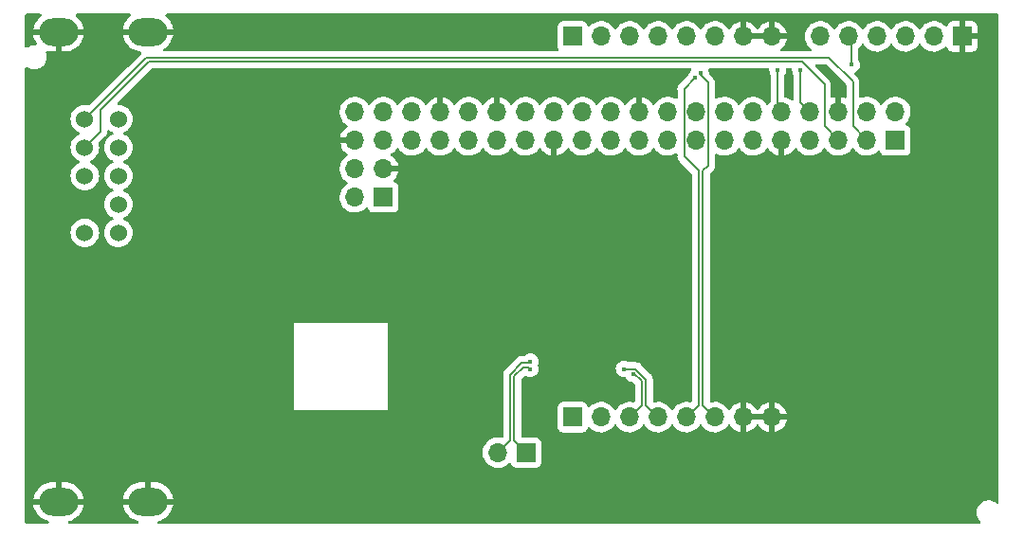
<source format=gbr>
%TF.GenerationSoftware,KiCad,Pcbnew,(6.0.4-0)*%
%TF.CreationDate,2022-10-27T23:32:18+02:00*%
%TF.ProjectId,NE2Pi,4e453250-692e-46b6-9963-61645f706362,rev?*%
%TF.SameCoordinates,Original*%
%TF.FileFunction,Copper,L2,Bot*%
%TF.FilePolarity,Positive*%
%FSLAX46Y46*%
G04 Gerber Fmt 4.6, Leading zero omitted, Abs format (unit mm)*
G04 Created by KiCad (PCBNEW (6.0.4-0)) date 2022-10-27 23:32:18*
%MOMM*%
%LPD*%
G01*
G04 APERTURE LIST*
%TA.AperFunction,ComponentPad*%
%ADD10R,1.700000X1.700000*%
%TD*%
%TA.AperFunction,ComponentPad*%
%ADD11O,1.700000X1.700000*%
%TD*%
%TA.AperFunction,ComponentPad*%
%ADD12C,1.524000*%
%TD*%
%TA.AperFunction,ComponentPad*%
%ADD13O,3.500000X2.500000*%
%TD*%
%TA.AperFunction,ViaPad*%
%ADD14C,0.450000*%
%TD*%
%TA.AperFunction,Conductor*%
%ADD15C,0.194717*%
%TD*%
%TA.AperFunction,Conductor*%
%ADD16C,0.127000*%
%TD*%
G04 APERTURE END LIST*
D10*
%TO.P,J5,1,Pin_1*%
%TO.N,+5V*%
X149352000Y-15240000D03*
D11*
%TO.P,J5,2,Pin_2*%
X151892000Y-15240000D03*
%TO.P,J5,3,Pin_3*%
%TO.N,/RPI_PASSTHRU_D+*%
X154432000Y-15240000D03*
%TO.P,J5,4,Pin_4*%
%TO.N,/RPI_PASSTHRU_D-*%
X156972000Y-15240000D03*
%TO.P,J5,5,Pin_5*%
%TO.N,unconnected-(J5-Pad5)*%
X159512000Y-15240000D03*
%TO.P,J5,6,Pin_6*%
%TO.N,unconnected-(J5-Pad6)*%
X162052000Y-15240000D03*
%TO.P,J5,7,Pin_7*%
%TO.N,GND*%
X164592000Y-15240000D03*
%TO.P,J5,8,Pin_8*%
X167132000Y-15240000D03*
%TD*%
D10*
%TO.P,J4,1,Pin_1*%
%TO.N,+5V*%
X149352000Y-49276000D03*
D11*
%TO.P,J4,2,Pin_2*%
X151892000Y-49276000D03*
%TO.P,J4,3,Pin_3*%
%TO.N,/RPI_D+*%
X154432000Y-49276000D03*
%TO.P,J4,4,Pin_4*%
%TO.N,/RPI_D-*%
X156972000Y-49276000D03*
%TO.P,J4,5,Pin_5*%
%TO.N,/RPI_PASSTHRU_D+*%
X159512000Y-49276000D03*
%TO.P,J4,6,Pin_6*%
%TO.N,/RPI_PASSTHRU_D-*%
X162052000Y-49276000D03*
%TO.P,J4,7,Pin_7*%
%TO.N,GND*%
X164592000Y-49276000D03*
%TO.P,J4,8,Pin_8*%
X167132000Y-49276000D03*
%TD*%
D10*
%TO.P,TP1,1,1*%
%TO.N,/RPI_D-*%
X145201000Y-52451000D03*
D11*
%TO.P,TP1,2,2*%
%TO.N,/RPI_D+*%
X142661000Y-52451000D03*
%TD*%
D10*
%TO.P,J3,1,Pin_1*%
%TO.N,GND*%
X184150000Y-15240000D03*
D11*
%TO.P,J3,2,Pin_2*%
%TO.N,unconnected-(J3-Pad2)*%
X181610000Y-15240000D03*
%TO.P,J3,3,Pin_3*%
%TO.N,unconnected-(J3-Pad3)*%
X179070000Y-15240000D03*
%TO.P,J3,4,Pin_4*%
%TO.N,/FTDI_TXD*%
X176530000Y-15240000D03*
%TO.P,J3,5,Pin_5*%
%TO.N,/FTDI_RXD*%
X173990000Y-15240000D03*
%TO.P,J3,6,Pin_6*%
%TO.N,unconnected-(J3-Pad6)*%
X171450000Y-15240000D03*
%TD*%
D10*
%TO.P,J1,1,Pin_1*%
%TO.N,unconnected-(J1-Pad1)*%
X178161000Y-24531000D03*
D11*
%TO.P,J1,2,Pin_2*%
%TO.N,+5V*%
X178161000Y-21991000D03*
%TO.P,J1,3,Pin_3*%
%TO.N,/RPI_SDA*%
X175621000Y-24531000D03*
%TO.P,J1,4,Pin_4*%
%TO.N,+5V*%
X175621000Y-21991000D03*
%TO.P,J1,5,Pin_5*%
%TO.N,/RPI_SCL*%
X173081000Y-24531000D03*
%TO.P,J1,6,Pin_6*%
%TO.N,GND*%
X173081000Y-21991000D03*
%TO.P,J1,7,Pin_7*%
%TO.N,unconnected-(J1-Pad7)*%
X170541000Y-24531000D03*
%TO.P,J1,8,Pin_8*%
%TO.N,/FTDI_RXD*%
X170541000Y-21991000D03*
%TO.P,J1,9,Pin_9*%
%TO.N,GND*%
X168001000Y-24531000D03*
%TO.P,J1,10,Pin_10*%
%TO.N,/FTDI_TXD*%
X168001000Y-21991000D03*
%TO.P,J1,11,Pin_11*%
%TO.N,unconnected-(J1-Pad11)*%
X165461000Y-24531000D03*
%TO.P,J1,12,Pin_12*%
%TO.N,unconnected-(J1-Pad12)*%
X165461000Y-21991000D03*
%TO.P,J1,13,Pin_13*%
%TO.N,unconnected-(J1-Pad13)*%
X162921000Y-24531000D03*
%TO.P,J1,14,Pin_14*%
%TO.N,unconnected-(J1-Pad14)*%
X162921000Y-21991000D03*
%TO.P,J1,15,Pin_15*%
%TO.N,unconnected-(J1-Pad15)*%
X160381000Y-24531000D03*
%TO.P,J1,16,Pin_16*%
%TO.N,unconnected-(J1-Pad16)*%
X160381000Y-21991000D03*
%TO.P,J1,17,Pin_17*%
%TO.N,unconnected-(J1-Pad17)*%
X157841000Y-24531000D03*
%TO.P,J1,18,Pin_18*%
%TO.N,unconnected-(J1-Pad18)*%
X157841000Y-21991000D03*
%TO.P,J1,19,Pin_19*%
%TO.N,unconnected-(J1-Pad19)*%
X155301000Y-24531000D03*
%TO.P,J1,20,Pin_20*%
%TO.N,GND*%
X155301000Y-21991000D03*
%TO.P,J1,21,Pin_21*%
%TO.N,unconnected-(J1-Pad21)*%
X152761000Y-24531000D03*
%TO.P,J1,22,Pin_22*%
%TO.N,unconnected-(J1-Pad22)*%
X152761000Y-21991000D03*
%TO.P,J1,23,Pin_23*%
%TO.N,unconnected-(J1-Pad23)*%
X150221000Y-24531000D03*
%TO.P,J1,24,Pin_24*%
%TO.N,unconnected-(J1-Pad24)*%
X150221000Y-21991000D03*
%TO.P,J1,25,Pin_25*%
%TO.N,GND*%
X147681000Y-24531000D03*
%TO.P,J1,26,Pin_26*%
%TO.N,unconnected-(J1-Pad26)*%
X147681000Y-21991000D03*
%TO.P,J1,27,Pin_27*%
%TO.N,unconnected-(J1-Pad27)*%
X145141000Y-24531000D03*
%TO.P,J1,28,Pin_28*%
%TO.N,unconnected-(J1-Pad28)*%
X145141000Y-21991000D03*
%TO.P,J1,29,Pin_29*%
%TO.N,unconnected-(J1-Pad29)*%
X142601000Y-24531000D03*
%TO.P,J1,30,Pin_30*%
%TO.N,GND*%
X142601000Y-21991000D03*
%TO.P,J1,31,Pin_31*%
%TO.N,unconnected-(J1-Pad31)*%
X140061000Y-24531000D03*
%TO.P,J1,32,Pin_32*%
%TO.N,unconnected-(J1-Pad32)*%
X140061000Y-21991000D03*
%TO.P,J1,33,Pin_33*%
%TO.N,/RPI_PWM1*%
X137521000Y-24531000D03*
%TO.P,J1,34,Pin_34*%
%TO.N,GND*%
X137521000Y-21991000D03*
%TO.P,J1,35,Pin_35*%
%TO.N,unconnected-(J1-Pad35)*%
X134981000Y-24531000D03*
%TO.P,J1,36,Pin_36*%
%TO.N,unconnected-(J1-Pad36)*%
X134981000Y-21991000D03*
%TO.P,J1,37,Pin_37*%
%TO.N,unconnected-(J1-Pad37)*%
X132441000Y-24531000D03*
%TO.P,J1,38,Pin_38*%
%TO.N,unconnected-(J1-Pad38)*%
X132441000Y-21991000D03*
%TO.P,J1,39,Pin_39*%
%TO.N,GND*%
X129901000Y-24531000D03*
%TO.P,J1,40,Pin_40*%
%TO.N,unconnected-(J1-Pad40)*%
X129901000Y-21991000D03*
%TD*%
D12*
%TO.P,U1,1,VIDEO_IN*%
%TO.N,Net-(R2-Pad2)*%
X108780000Y-22630000D03*
%TO.P,U1,2,AUDIO_IN*%
%TO.N,/AUDIO_IN*%
X108780000Y-25170000D03*
%TO.P,U1,3,MODULATOR_VCC*%
%TO.N,Net-(C5-Pad1)*%
X108780000Y-27710000D03*
%TO.P,U1,4*%
%TO.N,N/C*%
X108780000Y-30250000D03*
%TO.P,U1,5,BOOSTER_VCC*%
%TO.N,Net-(JP1-Pad2)*%
X108780000Y-32790000D03*
%TO.P,U1,6,SDA*%
%TO.N,/RPI_SDA*%
X105780000Y-22630000D03*
%TO.P,U1,7,SCL*%
%TO.N,/RPI_SCL*%
X105780000Y-25170000D03*
%TO.P,U1,8*%
%TO.N,N/C*%
X105780000Y-27710000D03*
%TO.P,U1,9,TUNING_VCC*%
%TO.N,+28V*%
X105780000Y-32790000D03*
D13*
%TO.P,U1,10,GND*%
%TO.N,GND*%
X111430000Y-14830000D03*
X103430000Y-56830000D03*
X103430000Y-14830000D03*
X111430000Y-56830000D03*
%TD*%
D10*
%TO.P,J2,1,Pin_1*%
%TO.N,/RPI_COMPOSITE_OUT*%
X132441000Y-29611000D03*
D11*
%TO.P,J2,2,Pin_2*%
%TO.N,GND*%
X132441000Y-27071000D03*
%TO.P,J2,3,Pin_3*%
%TO.N,unconnected-(J2-Pad3)*%
X129901000Y-29611000D03*
%TO.P,J2,4,Pin_4*%
%TO.N,unconnected-(J2-Pad4)*%
X129901000Y-27071000D03*
%TD*%
D14*
%TO.N,/RPI_PASSTHRU_D+*%
X160298190Y-18954821D03*
%TO.N,/RPI_PASSTHRU_D-*%
X160757810Y-18495201D03*
%TO.N,/RPI_D+*%
X154762163Y-45411097D03*
%TO.N,/RPI_D-*%
X153924000Y-44962239D03*
%TO.N,/RPI_D+*%
X145562566Y-44312239D03*
%TO.N,/RPI_D-*%
X145562566Y-44962239D03*
%TO.N,/FTDI_RXD*%
X174244000Y-17780000D03*
X169672000Y-18288000D03*
%TO.N,/FTDI_TXD*%
X167640000Y-18288000D03*
%TO.N,GND*%
X168910000Y-19050000D03*
X162560000Y-19050000D03*
X107315000Y-26416000D03*
X112141000Y-23368000D03*
X110236000Y-23495000D03*
X110236000Y-21844000D03*
X112268000Y-21082000D03*
X113411000Y-22225000D03*
X114681000Y-20955000D03*
X114554000Y-19304000D03*
X116205000Y-19304000D03*
X116205000Y-20828000D03*
X122555000Y-26416000D03*
X124079000Y-26416000D03*
X123190000Y-28067000D03*
X124968000Y-29083000D03*
X125095000Y-27559000D03*
X126746000Y-27559000D03*
X126746000Y-29083000D03*
X128143000Y-29083000D03*
X128143000Y-27559000D03*
X174371000Y-25527000D03*
X171831000Y-25527000D03*
X119507000Y-24003000D03*
X117475000Y-24003000D03*
X121285000Y-25781000D03*
X121285000Y-24257000D03*
X127762000Y-23749000D03*
X128524000Y-25019000D03*
X125730000Y-25781000D03*
X125730000Y-24257000D03*
X120015000Y-28194000D03*
X117475000Y-28067000D03*
X116078000Y-23368000D03*
X114681000Y-24130000D03*
X113665000Y-25146000D03*
X112268000Y-25908000D03*
X110236000Y-25908000D03*
X112268000Y-24511000D03*
X113030000Y-23749000D03*
X114046000Y-22860000D03*
X115062000Y-22098000D03*
X116078000Y-22098000D03*
X120523000Y-20193000D03*
X121920000Y-21590000D03*
X123063000Y-22860000D03*
X123952000Y-23749000D03*
X121920000Y-23622000D03*
X120904000Y-22606000D03*
X119634000Y-21336000D03*
X128270000Y-26035000D03*
X124079000Y-43180000D03*
X124079000Y-41910000D03*
X132969000Y-43180000D03*
X132969000Y-41910000D03*
X132969000Y-40640000D03*
X131699000Y-40640000D03*
X130429000Y-40640000D03*
X129159000Y-40640000D03*
X127889000Y-40640000D03*
X126619000Y-40640000D03*
X125349000Y-40640000D03*
X124079000Y-40640000D03*
X116078000Y-15748000D03*
X118618000Y-15748000D03*
X117348000Y-14605000D03*
X132842000Y-56515000D03*
X133985000Y-55372000D03*
X127000000Y-53594000D03*
X124079000Y-53594000D03*
X124206000Y-51054000D03*
X127127000Y-51054000D03*
X123952000Y-46355000D03*
X120777000Y-41783000D03*
X120777000Y-39243000D03*
X123190000Y-41783000D03*
X123190000Y-39243000D03*
X122555000Y-33528000D03*
X120523000Y-33528000D03*
X115062000Y-31623000D03*
X121031000Y-31623000D03*
X116078000Y-27051000D03*
X121539000Y-27051000D03*
X110236000Y-24511000D03*
%TD*%
D15*
%TO.N,/RPI_PASSTHRU_D+*%
X159512000Y-49276000D02*
X160584641Y-48203359D01*
X160584641Y-27259749D02*
X159307131Y-25982239D01*
X159307131Y-25982239D02*
X159307131Y-19945880D01*
X160584641Y-48203359D02*
X160584641Y-27259749D01*
X159307131Y-19945880D02*
X160298190Y-18954821D01*
%TO.N,/RPI_PASSTHRU_D-*%
X162052000Y-49276000D02*
X160979359Y-48203359D01*
X160979359Y-48203359D02*
X160979359Y-27234641D01*
X160979359Y-27234641D02*
X161454869Y-26759131D01*
X161454869Y-26759131D02*
X161454869Y-19372800D01*
X161454869Y-19372800D02*
X160757810Y-18675741D01*
X160757810Y-18675741D02*
X160757810Y-18495201D01*
%TO.N,/RPI_D+*%
X154762163Y-45389837D02*
X154762163Y-45411097D01*
X154800446Y-45351554D02*
X154762163Y-45389837D01*
%TO.N,/RPI_D-*%
X156972000Y-49276000D02*
X155899359Y-48203359D01*
X155899359Y-48203359D02*
X155899359Y-45892251D01*
X155899359Y-45892251D02*
X154969347Y-44962239D01*
X154969347Y-44962239D02*
X153924000Y-44962239D01*
%TO.N,/RPI_D+*%
X144765012Y-44439880D02*
X145434925Y-44439880D01*
X142661000Y-52451000D02*
X143733641Y-51378359D01*
X143733641Y-45471251D02*
X144765012Y-44439880D01*
X145434925Y-44439880D02*
X145562566Y-44312239D01*
%TO.N,/RPI_D-*%
X145201000Y-52451000D02*
X144128359Y-51378359D01*
%TO.N,/RPI_D+*%
X143733641Y-51378359D02*
X143733641Y-45471251D01*
%TO.N,/RPI_D-*%
X144128359Y-51378359D02*
X144128359Y-45634749D01*
X144128359Y-45634749D02*
X144928510Y-44834598D01*
X144928510Y-44834598D02*
X145434925Y-44834598D01*
X145434925Y-44834598D02*
X145562566Y-44962239D01*
%TO.N,/RPI_D+*%
X155504641Y-48203359D02*
X155504641Y-46055749D01*
X155504641Y-46055749D02*
X154800446Y-45351554D01*
X154432000Y-49276000D02*
X155504641Y-48203359D01*
D16*
%TO.N,/FTDI_RXD*%
X174244000Y-17780000D02*
X174244000Y-15494000D01*
X174244000Y-15494000D02*
X173990000Y-15240000D01*
%TO.N,/FTDI_TXD*%
X167640000Y-18288000D02*
X167640000Y-21630000D01*
X167640000Y-21630000D02*
X168001000Y-21991000D01*
%TO.N,/FTDI_RXD*%
X169672000Y-21122000D02*
X169672000Y-20828000D01*
X169672000Y-18288000D02*
X169672000Y-21122000D01*
X169672000Y-21122000D02*
X170541000Y-21991000D01*
%TO.N,/RPI_SCL*%
X173081000Y-24531000D02*
X171831000Y-23281000D01*
X171831000Y-23281000D02*
X171831000Y-19558000D01*
X171831000Y-19558000D02*
X169799000Y-17526000D01*
X169799000Y-17526000D02*
X111506000Y-17526000D01*
X111506000Y-17526000D02*
X107188000Y-21844000D01*
X107188000Y-21844000D02*
X107188000Y-23762000D01*
X107188000Y-23762000D02*
X105780000Y-25170000D01*
%TO.N,/RPI_SDA*%
X105780000Y-22630000D02*
X109988500Y-18421500D01*
X109988500Y-18421500D02*
X109988500Y-18408500D01*
X109988500Y-18408500D02*
X111252000Y-17145000D01*
X111252000Y-17145000D02*
X172212000Y-17145000D01*
X172212000Y-17145000D02*
X174371000Y-19304000D01*
X174371000Y-19304000D02*
X174371000Y-23281000D01*
X174371000Y-23281000D02*
X175621000Y-24531000D01*
%TO.N,/RPI_SCL*%
X173081000Y-24531000D02*
X171918000Y-23368000D01*
%TD*%
%TA.AperFunction,Conductor*%
%TO.N,GND*%
G36*
X101851864Y-13228502D02*
G01*
X101898357Y-13282158D01*
X101908461Y-13352432D01*
X101878967Y-13417012D01*
X101861749Y-13433450D01*
X101742650Y-13527341D01*
X101735782Y-13533634D01*
X101563152Y-13717144D01*
X101557278Y-13724398D01*
X101413673Y-13931403D01*
X101408940Y-13939438D01*
X101297505Y-14165407D01*
X101294017Y-14174040D01*
X101217207Y-14413994D01*
X101215027Y-14423076D01*
X101193033Y-14558120D01*
X101194729Y-14571714D01*
X101208839Y-14576000D01*
X105651606Y-14576000D01*
X105665290Y-14571982D01*
X105667311Y-14558290D01*
X105655036Y-14468096D01*
X105653098Y-14458978D01*
X105582596Y-14217098D01*
X105579333Y-14208367D01*
X105473849Y-13979558D01*
X105469330Y-13971406D01*
X105331192Y-13760709D01*
X105325509Y-13753304D01*
X105157751Y-13565346D01*
X105151035Y-13558861D01*
X104997749Y-13431374D01*
X104958165Y-13372437D01*
X104956729Y-13301454D01*
X104993896Y-13240964D01*
X105057867Y-13210171D01*
X105078318Y-13208500D01*
X109783743Y-13208500D01*
X109851864Y-13228502D01*
X109898357Y-13282158D01*
X109908461Y-13352432D01*
X109878967Y-13417012D01*
X109861749Y-13433450D01*
X109742650Y-13527341D01*
X109735782Y-13533634D01*
X109563152Y-13717144D01*
X109557278Y-13724398D01*
X109413673Y-13931403D01*
X109408940Y-13939438D01*
X109297505Y-14165407D01*
X109294017Y-14174040D01*
X109217207Y-14413994D01*
X109215027Y-14423076D01*
X109193033Y-14558120D01*
X109194729Y-14571714D01*
X109208839Y-14576000D01*
X113651606Y-14576000D01*
X113665290Y-14571982D01*
X113667311Y-14558290D01*
X113655036Y-14468096D01*
X113653098Y-14458978D01*
X113582596Y-14217098D01*
X113579333Y-14208367D01*
X113473849Y-13979558D01*
X113469330Y-13971406D01*
X113331192Y-13760709D01*
X113325509Y-13753304D01*
X113157751Y-13565346D01*
X113151035Y-13558861D01*
X112997749Y-13431374D01*
X112958165Y-13372437D01*
X112956729Y-13301454D01*
X112993896Y-13240964D01*
X113057867Y-13210171D01*
X113078318Y-13208500D01*
X187274700Y-13208500D01*
X187342821Y-13228502D01*
X187389314Y-13282158D01*
X187400700Y-13334500D01*
X187400700Y-56865854D01*
X187380698Y-56933975D01*
X187327042Y-56980468D01*
X187256768Y-56990572D01*
X187187570Y-56956872D01*
X187179544Y-56949189D01*
X187179539Y-56949185D01*
X187175208Y-56945039D01*
X187052572Y-56865854D01*
X187006394Y-56836037D01*
X187006391Y-56836036D01*
X187001357Y-56832785D01*
X186809416Y-56755430D01*
X186803535Y-56754282D01*
X186803530Y-56754280D01*
X186610756Y-56716634D01*
X186610753Y-56716634D01*
X186606310Y-56715766D01*
X186600871Y-56715500D01*
X186448296Y-56715500D01*
X186293993Y-56730222D01*
X186288239Y-56731910D01*
X186101173Y-56786789D01*
X186101171Y-56786790D01*
X186095420Y-56788477D01*
X186090087Y-56791223D01*
X186090086Y-56791224D01*
X185916775Y-56880484D01*
X185916772Y-56880486D01*
X185911444Y-56883230D01*
X185748706Y-57011063D01*
X185613076Y-57167363D01*
X185509448Y-57346490D01*
X185441562Y-57541981D01*
X185440702Y-57547914D01*
X185440701Y-57547917D01*
X185412729Y-57740841D01*
X185411868Y-57746781D01*
X185421436Y-57953502D01*
X185422840Y-57959327D01*
X185422840Y-57959328D01*
X185455454Y-58094654D01*
X185469921Y-58154685D01*
X185555574Y-58343069D01*
X185675305Y-58511858D01*
X185679632Y-58516000D01*
X185679637Y-58516006D01*
X185730276Y-58564482D01*
X185765653Y-58626037D01*
X185762134Y-58696946D01*
X185720838Y-58754697D01*
X185654875Y-58780953D01*
X185643146Y-58781500D01*
X112399397Y-58781500D01*
X112331276Y-58761498D01*
X112284783Y-58707842D01*
X112274679Y-58637568D01*
X112304173Y-58572988D01*
X112363899Y-58534604D01*
X112371589Y-58532607D01*
X112440874Y-58516929D01*
X112449785Y-58514205D01*
X112684608Y-58422888D01*
X112693017Y-58418877D01*
X112911760Y-58293854D01*
X112919486Y-58288643D01*
X113117350Y-58132659D01*
X113124218Y-58126366D01*
X113296848Y-57942856D01*
X113302722Y-57935602D01*
X113446327Y-57728597D01*
X113451060Y-57720562D01*
X113562495Y-57494593D01*
X113565983Y-57485960D01*
X113642793Y-57246006D01*
X113644973Y-57236924D01*
X113666967Y-57101880D01*
X113665271Y-57088286D01*
X113651161Y-57084000D01*
X109208394Y-57084000D01*
X109194710Y-57088018D01*
X109192689Y-57101710D01*
X109204964Y-57191904D01*
X109206902Y-57201022D01*
X109277404Y-57442902D01*
X109280667Y-57451633D01*
X109386151Y-57680442D01*
X109390670Y-57688594D01*
X109528808Y-57899291D01*
X109534491Y-57906696D01*
X109702249Y-58094654D01*
X109708965Y-58101139D01*
X109902666Y-58262239D01*
X109910258Y-58267654D01*
X110125646Y-58398354D01*
X110133963Y-58402592D01*
X110366299Y-58500019D01*
X110375149Y-58502980D01*
X110494838Y-58533377D01*
X110555940Y-58569532D01*
X110587794Y-58632981D01*
X110580289Y-58703580D01*
X110535807Y-58758913D01*
X110463823Y-58781500D01*
X104399397Y-58781500D01*
X104331276Y-58761498D01*
X104284783Y-58707842D01*
X104274679Y-58637568D01*
X104304173Y-58572988D01*
X104363899Y-58534604D01*
X104371589Y-58532607D01*
X104440874Y-58516929D01*
X104449785Y-58514205D01*
X104684608Y-58422888D01*
X104693017Y-58418877D01*
X104911760Y-58293854D01*
X104919486Y-58288643D01*
X105117350Y-58132659D01*
X105124218Y-58126366D01*
X105296848Y-57942856D01*
X105302722Y-57935602D01*
X105446327Y-57728597D01*
X105451060Y-57720562D01*
X105562495Y-57494593D01*
X105565983Y-57485960D01*
X105642793Y-57246006D01*
X105644973Y-57236924D01*
X105666967Y-57101880D01*
X105665271Y-57088286D01*
X105651161Y-57084000D01*
X101208394Y-57084000D01*
X101194710Y-57088018D01*
X101192689Y-57101710D01*
X101204964Y-57191904D01*
X101206902Y-57201022D01*
X101277404Y-57442902D01*
X101280667Y-57451633D01*
X101386151Y-57680442D01*
X101390670Y-57688594D01*
X101528808Y-57899291D01*
X101534491Y-57906696D01*
X101702249Y-58094654D01*
X101708965Y-58101139D01*
X101902666Y-58262239D01*
X101910258Y-58267654D01*
X102125646Y-58398354D01*
X102133963Y-58402592D01*
X102366299Y-58500019D01*
X102375149Y-58502980D01*
X102494838Y-58533377D01*
X102555940Y-58569532D01*
X102587794Y-58632981D01*
X102580289Y-58703580D01*
X102535807Y-58758913D01*
X102463823Y-58781500D01*
X100573700Y-58781500D01*
X100505579Y-58761498D01*
X100459086Y-58707842D01*
X100447700Y-58655500D01*
X100447700Y-56558120D01*
X101193033Y-56558120D01*
X101194729Y-56571714D01*
X101208839Y-56576000D01*
X103157885Y-56576000D01*
X103173124Y-56571525D01*
X103174329Y-56570135D01*
X103176000Y-56562452D01*
X103176000Y-56557885D01*
X103684000Y-56557885D01*
X103688475Y-56573124D01*
X103689865Y-56574329D01*
X103697548Y-56576000D01*
X105651606Y-56576000D01*
X105665290Y-56571982D01*
X105667311Y-56558290D01*
X105667288Y-56558120D01*
X109193033Y-56558120D01*
X109194729Y-56571714D01*
X109208839Y-56576000D01*
X111157885Y-56576000D01*
X111173124Y-56571525D01*
X111174329Y-56570135D01*
X111176000Y-56562452D01*
X111176000Y-56557885D01*
X111684000Y-56557885D01*
X111688475Y-56573124D01*
X111689865Y-56574329D01*
X111697548Y-56576000D01*
X113651606Y-56576000D01*
X113665290Y-56571982D01*
X113667311Y-56558290D01*
X113655036Y-56468096D01*
X113653098Y-56458978D01*
X113582596Y-56217098D01*
X113579333Y-56208367D01*
X113473849Y-55979558D01*
X113469330Y-55971406D01*
X113331192Y-55760709D01*
X113325509Y-55753304D01*
X113157751Y-55565346D01*
X113151035Y-55558861D01*
X112957334Y-55397761D01*
X112949742Y-55392346D01*
X112734354Y-55261646D01*
X112726037Y-55257408D01*
X112493701Y-55159981D01*
X112484851Y-55157020D01*
X112240669Y-55095006D01*
X112231472Y-55093384D01*
X112022247Y-55072316D01*
X112015955Y-55072000D01*
X111702115Y-55072000D01*
X111686876Y-55076475D01*
X111685671Y-55077865D01*
X111684000Y-55085548D01*
X111684000Y-56557885D01*
X111176000Y-56557885D01*
X111176000Y-55090115D01*
X111171525Y-55074876D01*
X111170135Y-55073671D01*
X111162452Y-55072000D01*
X110866002Y-55072000D01*
X110861327Y-55072173D01*
X110674074Y-55086088D01*
X110664868Y-55087464D01*
X110419126Y-55143071D01*
X110410215Y-55145795D01*
X110175392Y-55237112D01*
X110166983Y-55241123D01*
X109948240Y-55366146D01*
X109940514Y-55371357D01*
X109742650Y-55527341D01*
X109735782Y-55533634D01*
X109563152Y-55717144D01*
X109557278Y-55724398D01*
X109413673Y-55931403D01*
X109408940Y-55939438D01*
X109297505Y-56165407D01*
X109294017Y-56174040D01*
X109217207Y-56413994D01*
X109215027Y-56423076D01*
X109193033Y-56558120D01*
X105667288Y-56558120D01*
X105655036Y-56468096D01*
X105653098Y-56458978D01*
X105582596Y-56217098D01*
X105579333Y-56208367D01*
X105473849Y-55979558D01*
X105469330Y-55971406D01*
X105331192Y-55760709D01*
X105325509Y-55753304D01*
X105157751Y-55565346D01*
X105151035Y-55558861D01*
X104957334Y-55397761D01*
X104949742Y-55392346D01*
X104734354Y-55261646D01*
X104726037Y-55257408D01*
X104493701Y-55159981D01*
X104484851Y-55157020D01*
X104240669Y-55095006D01*
X104231472Y-55093384D01*
X104022247Y-55072316D01*
X104015955Y-55072000D01*
X103702115Y-55072000D01*
X103686876Y-55076475D01*
X103685671Y-55077865D01*
X103684000Y-55085548D01*
X103684000Y-56557885D01*
X103176000Y-56557885D01*
X103176000Y-55090115D01*
X103171525Y-55074876D01*
X103170135Y-55073671D01*
X103162452Y-55072000D01*
X102866002Y-55072000D01*
X102861327Y-55072173D01*
X102674074Y-55086088D01*
X102664868Y-55087464D01*
X102419126Y-55143071D01*
X102410215Y-55145795D01*
X102175392Y-55237112D01*
X102166983Y-55241123D01*
X101948240Y-55366146D01*
X101940514Y-55371357D01*
X101742650Y-55527341D01*
X101735782Y-55533634D01*
X101563152Y-55717144D01*
X101557278Y-55724398D01*
X101413673Y-55931403D01*
X101408940Y-55939438D01*
X101297505Y-56165407D01*
X101294017Y-56174040D01*
X101217207Y-56413994D01*
X101215027Y-56423076D01*
X101193033Y-56558120D01*
X100447700Y-56558120D01*
X100447700Y-52417695D01*
X141298251Y-52417695D01*
X141311110Y-52640715D01*
X141312247Y-52645761D01*
X141312248Y-52645767D01*
X141336304Y-52752508D01*
X141360222Y-52858639D01*
X141444266Y-53065616D01*
X141560987Y-53256088D01*
X141707250Y-53424938D01*
X141879126Y-53567632D01*
X142072000Y-53680338D01*
X142280692Y-53760030D01*
X142285760Y-53761061D01*
X142285763Y-53761062D01*
X142393017Y-53782883D01*
X142499597Y-53804567D01*
X142504772Y-53804757D01*
X142504774Y-53804757D01*
X142717673Y-53812564D01*
X142717677Y-53812564D01*
X142722837Y-53812753D01*
X142727957Y-53812097D01*
X142727959Y-53812097D01*
X142939288Y-53785025D01*
X142939289Y-53785025D01*
X142944416Y-53784368D01*
X142949366Y-53782883D01*
X143153429Y-53721661D01*
X143153434Y-53721659D01*
X143158384Y-53720174D01*
X143358994Y-53621896D01*
X143540860Y-53492173D01*
X143649091Y-53384319D01*
X143711462Y-53350404D01*
X143782268Y-53355592D01*
X143839030Y-53398238D01*
X143856012Y-53429341D01*
X143900385Y-53547705D01*
X143987739Y-53664261D01*
X144104295Y-53751615D01*
X144240684Y-53802745D01*
X144302866Y-53809500D01*
X146099134Y-53809500D01*
X146161316Y-53802745D01*
X146297705Y-53751615D01*
X146414261Y-53664261D01*
X146501615Y-53547705D01*
X146552745Y-53411316D01*
X146559500Y-53349134D01*
X146559500Y-51552866D01*
X146552745Y-51490684D01*
X146501615Y-51354295D01*
X146414261Y-51237739D01*
X146297705Y-51150385D01*
X146161316Y-51099255D01*
X146099134Y-51092500D01*
X144860217Y-51092500D01*
X144792096Y-51072498D01*
X144745603Y-51018842D01*
X144734217Y-50966500D01*
X144734217Y-45937894D01*
X144754219Y-45869773D01*
X144771122Y-45848798D01*
X145017765Y-45602156D01*
X145080077Y-45568131D01*
X145150893Y-45573196D01*
X145175846Y-45585816D01*
X145229755Y-45621093D01*
X145383994Y-45678454D01*
X145390975Y-45679385D01*
X145390977Y-45679386D01*
X145540127Y-45699287D01*
X145540131Y-45699287D01*
X145547108Y-45700218D01*
X145554119Y-45699580D01*
X145554123Y-45699580D01*
X145703969Y-45685943D01*
X145703970Y-45685943D01*
X145710990Y-45685304D01*
X145739628Y-45675999D01*
X145860796Y-45636629D01*
X145860799Y-45636628D01*
X145867495Y-45634452D01*
X146008845Y-45550190D01*
X146128015Y-45436707D01*
X146131916Y-45430836D01*
X146215180Y-45305514D01*
X146215181Y-45305512D01*
X146219081Y-45299642D01*
X146277517Y-45145807D01*
X146293214Y-45034119D01*
X146299868Y-44986773D01*
X146299869Y-44986766D01*
X146300419Y-44982849D01*
X146300707Y-44962239D01*
X146282364Y-44798705D01*
X146278870Y-44788671D01*
X146240097Y-44677330D01*
X146236583Y-44606420D01*
X146241300Y-44591150D01*
X146275015Y-44502393D01*
X146277517Y-44495807D01*
X146293019Y-44385505D01*
X146299868Y-44336773D01*
X146299869Y-44336766D01*
X146300419Y-44332849D01*
X146300707Y-44312239D01*
X146282364Y-44148705D01*
X146228246Y-43993299D01*
X146141042Y-43853744D01*
X146083065Y-43795361D01*
X146030052Y-43741976D01*
X146030048Y-43741973D01*
X146025088Y-43736978D01*
X145886146Y-43648802D01*
X145837013Y-43631307D01*
X145737755Y-43595962D01*
X145737753Y-43595961D01*
X145731121Y-43593600D01*
X145724135Y-43592767D01*
X145724131Y-43592766D01*
X145609637Y-43579114D01*
X145567719Y-43574116D01*
X145560716Y-43574852D01*
X145560715Y-43574852D01*
X145517501Y-43579394D01*
X145404061Y-43591317D01*
X145397393Y-43593587D01*
X145254948Y-43642079D01*
X145254945Y-43642080D01*
X145248281Y-43644349D01*
X145108121Y-43730576D01*
X145103090Y-43735502D01*
X145103087Y-43735505D01*
X145039224Y-43798045D01*
X144976559Y-43831416D01*
X144951066Y-43834022D01*
X144812981Y-43834022D01*
X144796535Y-43832944D01*
X144773200Y-43829872D01*
X144765012Y-43828794D01*
X144725301Y-43834022D01*
X144606851Y-43849616D01*
X144459469Y-43910664D01*
X144332909Y-44007777D01*
X144327883Y-44014327D01*
X144313552Y-44033004D01*
X144302684Y-44045396D01*
X143339158Y-45008922D01*
X143326767Y-45019789D01*
X143308091Y-45034119D01*
X143308088Y-45034122D01*
X143301538Y-45039148D01*
X143260863Y-45092157D01*
X143204425Y-45165708D01*
X143143377Y-45313090D01*
X143122555Y-45471251D01*
X143123633Y-45479439D01*
X143126705Y-45502774D01*
X143127783Y-45519220D01*
X143127783Y-51003763D01*
X143107781Y-51071884D01*
X143054125Y-51118377D01*
X142979688Y-51127810D01*
X142926731Y-51118377D01*
X142794373Y-51094800D01*
X142794367Y-51094799D01*
X142789284Y-51093894D01*
X142715452Y-51092992D01*
X142571081Y-51091228D01*
X142571079Y-51091228D01*
X142565911Y-51091165D01*
X142345091Y-51124955D01*
X142132756Y-51194357D01*
X141934607Y-51297507D01*
X141930474Y-51300610D01*
X141930471Y-51300612D01*
X141760100Y-51428530D01*
X141755965Y-51431635D01*
X141601629Y-51593138D01*
X141475743Y-51777680D01*
X141381688Y-51980305D01*
X141321989Y-52195570D01*
X141298251Y-52417695D01*
X100447700Y-52417695D01*
X100447700Y-48641000D01*
X124460000Y-48641000D01*
X132842000Y-48641000D01*
X132842000Y-40894000D01*
X124460000Y-40894000D01*
X124460000Y-48641000D01*
X100447700Y-48641000D01*
X100447700Y-32790000D01*
X104504647Y-32790000D01*
X104524022Y-33011463D01*
X104581560Y-33226196D01*
X104583882Y-33231177D01*
X104583883Y-33231178D01*
X104673186Y-33422689D01*
X104673189Y-33422694D01*
X104675512Y-33427676D01*
X104803023Y-33609781D01*
X104960219Y-33766977D01*
X104964727Y-33770134D01*
X104964730Y-33770136D01*
X105040495Y-33823187D01*
X105142323Y-33894488D01*
X105147305Y-33896811D01*
X105147310Y-33896814D01*
X105338822Y-33986117D01*
X105343804Y-33988440D01*
X105349112Y-33989862D01*
X105349114Y-33989863D01*
X105414949Y-34007503D01*
X105558537Y-34045978D01*
X105780000Y-34065353D01*
X106001463Y-34045978D01*
X106145051Y-34007503D01*
X106210886Y-33989863D01*
X106210888Y-33989862D01*
X106216196Y-33988440D01*
X106221178Y-33986117D01*
X106412690Y-33896814D01*
X106412695Y-33896811D01*
X106417677Y-33894488D01*
X106519505Y-33823187D01*
X106595270Y-33770136D01*
X106595273Y-33770134D01*
X106599781Y-33766977D01*
X106756977Y-33609781D01*
X106884488Y-33427676D01*
X106886811Y-33422694D01*
X106886814Y-33422689D01*
X106976117Y-33231178D01*
X106976118Y-33231177D01*
X106978440Y-33226196D01*
X107035978Y-33011463D01*
X107055353Y-32790000D01*
X107035978Y-32568537D01*
X106978440Y-32353804D01*
X106976117Y-32348822D01*
X106886814Y-32157311D01*
X106886811Y-32157306D01*
X106884488Y-32152324D01*
X106756977Y-31970219D01*
X106599781Y-31813023D01*
X106595273Y-31809866D01*
X106595270Y-31809864D01*
X106519505Y-31756813D01*
X106417677Y-31685512D01*
X106412695Y-31683189D01*
X106412690Y-31683186D01*
X106221178Y-31593883D01*
X106221177Y-31593882D01*
X106216196Y-31591560D01*
X106210888Y-31590138D01*
X106210886Y-31590137D01*
X106145051Y-31572497D01*
X106001463Y-31534022D01*
X105780000Y-31514647D01*
X105558537Y-31534022D01*
X105414949Y-31572497D01*
X105349114Y-31590137D01*
X105349112Y-31590138D01*
X105343804Y-31591560D01*
X105338823Y-31593882D01*
X105338822Y-31593883D01*
X105147311Y-31683186D01*
X105147306Y-31683189D01*
X105142324Y-31685512D01*
X105137817Y-31688668D01*
X105137815Y-31688669D01*
X104964730Y-31809864D01*
X104964727Y-31809866D01*
X104960219Y-31813023D01*
X104803023Y-31970219D01*
X104675512Y-32152324D01*
X104673189Y-32157306D01*
X104673186Y-32157311D01*
X104583883Y-32348822D01*
X104581560Y-32353804D01*
X104524022Y-32568537D01*
X104504647Y-32790000D01*
X100447700Y-32790000D01*
X100447700Y-27710000D01*
X104504647Y-27710000D01*
X104524022Y-27931463D01*
X104581560Y-28146196D01*
X104583882Y-28151177D01*
X104583883Y-28151178D01*
X104673186Y-28342689D01*
X104673189Y-28342694D01*
X104675512Y-28347676D01*
X104678668Y-28352183D01*
X104678669Y-28352185D01*
X104792180Y-28514295D01*
X104803023Y-28529781D01*
X104960219Y-28686977D01*
X104964727Y-28690134D01*
X104964730Y-28690136D01*
X105002072Y-28716283D01*
X105142323Y-28814488D01*
X105147305Y-28816811D01*
X105147310Y-28816814D01*
X105338822Y-28906117D01*
X105343804Y-28908440D01*
X105349112Y-28909862D01*
X105349114Y-28909863D01*
X105414949Y-28927503D01*
X105558537Y-28965978D01*
X105780000Y-28985353D01*
X106001463Y-28965978D01*
X106145051Y-28927503D01*
X106210886Y-28909863D01*
X106210888Y-28909862D01*
X106216196Y-28908440D01*
X106221178Y-28906117D01*
X106412690Y-28816814D01*
X106412695Y-28816811D01*
X106417677Y-28814488D01*
X106557928Y-28716283D01*
X106595270Y-28690136D01*
X106595273Y-28690134D01*
X106599781Y-28686977D01*
X106756977Y-28529781D01*
X106767821Y-28514295D01*
X106881331Y-28352185D01*
X106881332Y-28352183D01*
X106884488Y-28347676D01*
X106886811Y-28342694D01*
X106886814Y-28342689D01*
X106976117Y-28151178D01*
X106976118Y-28151177D01*
X106978440Y-28146196D01*
X107035978Y-27931463D01*
X107055353Y-27710000D01*
X107035978Y-27488537D01*
X106992158Y-27325000D01*
X106979863Y-27279114D01*
X106979862Y-27279112D01*
X106978440Y-27273804D01*
X106974692Y-27265767D01*
X106886814Y-27077311D01*
X106886811Y-27077306D01*
X106884488Y-27072324D01*
X106881331Y-27067815D01*
X106760136Y-26894730D01*
X106760134Y-26894727D01*
X106756977Y-26890219D01*
X106599781Y-26733023D01*
X106595273Y-26729866D01*
X106595270Y-26729864D01*
X106519505Y-26676813D01*
X106417677Y-26605512D01*
X106412695Y-26603189D01*
X106412690Y-26603186D01*
X106307627Y-26554195D01*
X106254342Y-26507278D01*
X106234881Y-26439001D01*
X106255423Y-26371041D01*
X106307627Y-26325805D01*
X106412690Y-26276814D01*
X106412695Y-26276811D01*
X106417677Y-26274488D01*
X106519505Y-26203187D01*
X106595270Y-26150136D01*
X106595273Y-26150134D01*
X106599781Y-26146977D01*
X106756977Y-25989781D01*
X106767992Y-25974051D01*
X106881331Y-25812185D01*
X106881332Y-25812183D01*
X106884488Y-25807676D01*
X106886811Y-25802694D01*
X106886814Y-25802689D01*
X106976117Y-25611178D01*
X106976118Y-25611177D01*
X106978440Y-25606196D01*
X106988638Y-25568139D01*
X107011327Y-25483460D01*
X107035978Y-25391463D01*
X107055353Y-25170000D01*
X107035978Y-24948537D01*
X107007134Y-24840890D01*
X107008824Y-24769914D01*
X107039746Y-24719184D01*
X107560114Y-24198816D01*
X107572505Y-24187949D01*
X107589405Y-24174981D01*
X107595955Y-24169955D01*
X107687641Y-24050468D01*
X107745277Y-23911322D01*
X107760000Y-23799492D01*
X107764936Y-23762000D01*
X107761078Y-23732696D01*
X107760000Y-23716249D01*
X107760000Y-23708555D01*
X107780002Y-23640434D01*
X107833658Y-23593941D01*
X107903932Y-23583837D01*
X107959135Y-23608525D01*
X107960219Y-23606977D01*
X108142323Y-23734488D01*
X108147305Y-23736811D01*
X108147310Y-23736814D01*
X108252373Y-23785805D01*
X108305658Y-23832722D01*
X108325119Y-23900999D01*
X108304577Y-23968959D01*
X108252373Y-24014195D01*
X108147311Y-24063186D01*
X108147306Y-24063189D01*
X108142324Y-24065512D01*
X108137817Y-24068668D01*
X108137815Y-24068669D01*
X107964730Y-24189864D01*
X107964727Y-24189866D01*
X107960219Y-24193023D01*
X107803023Y-24350219D01*
X107675512Y-24532324D01*
X107673189Y-24537306D01*
X107673186Y-24537311D01*
X107584676Y-24727121D01*
X107581560Y-24733804D01*
X107524022Y-24948537D01*
X107504647Y-25170000D01*
X107524022Y-25391463D01*
X107548673Y-25483460D01*
X107571363Y-25568139D01*
X107581560Y-25606196D01*
X107583882Y-25611177D01*
X107583883Y-25611178D01*
X107673186Y-25802689D01*
X107673189Y-25802694D01*
X107675512Y-25807676D01*
X107678668Y-25812183D01*
X107678669Y-25812185D01*
X107792009Y-25974051D01*
X107803023Y-25989781D01*
X107960219Y-26146977D01*
X107964727Y-26150134D01*
X107964730Y-26150136D01*
X108040495Y-26203187D01*
X108142323Y-26274488D01*
X108147305Y-26276811D01*
X108147310Y-26276814D01*
X108252373Y-26325805D01*
X108305658Y-26372722D01*
X108325119Y-26440999D01*
X108304577Y-26508959D01*
X108252373Y-26554195D01*
X108147311Y-26603186D01*
X108147306Y-26603189D01*
X108142324Y-26605512D01*
X108137817Y-26608668D01*
X108137815Y-26608669D01*
X107964730Y-26729864D01*
X107964727Y-26729866D01*
X107960219Y-26733023D01*
X107803023Y-26890219D01*
X107799866Y-26894727D01*
X107799864Y-26894730D01*
X107678669Y-27067815D01*
X107675512Y-27072324D01*
X107673189Y-27077306D01*
X107673186Y-27077311D01*
X107585308Y-27265767D01*
X107581560Y-27273804D01*
X107580138Y-27279112D01*
X107580137Y-27279114D01*
X107567842Y-27325000D01*
X107524022Y-27488537D01*
X107504647Y-27710000D01*
X107524022Y-27931463D01*
X107581560Y-28146196D01*
X107583882Y-28151177D01*
X107583883Y-28151178D01*
X107673186Y-28342689D01*
X107673189Y-28342694D01*
X107675512Y-28347676D01*
X107678668Y-28352183D01*
X107678669Y-28352185D01*
X107792180Y-28514295D01*
X107803023Y-28529781D01*
X107960219Y-28686977D01*
X107964727Y-28690134D01*
X107964730Y-28690136D01*
X108002072Y-28716283D01*
X108142323Y-28814488D01*
X108147305Y-28816811D01*
X108147310Y-28816814D01*
X108252373Y-28865805D01*
X108305658Y-28912722D01*
X108325119Y-28980999D01*
X108304577Y-29048959D01*
X108252373Y-29094195D01*
X108147311Y-29143186D01*
X108147306Y-29143189D01*
X108142324Y-29145512D01*
X108137817Y-29148668D01*
X108137815Y-29148669D01*
X107964730Y-29269864D01*
X107964727Y-29269866D01*
X107960219Y-29273023D01*
X107803023Y-29430219D01*
X107799866Y-29434727D01*
X107799864Y-29434730D01*
X107699759Y-29577695D01*
X107675512Y-29612324D01*
X107673189Y-29617306D01*
X107673186Y-29617311D01*
X107585308Y-29805767D01*
X107581560Y-29813804D01*
X107524022Y-30028537D01*
X107504647Y-30250000D01*
X107524022Y-30471463D01*
X107581560Y-30686196D01*
X107583882Y-30691177D01*
X107583883Y-30691178D01*
X107673186Y-30882689D01*
X107673189Y-30882694D01*
X107675512Y-30887676D01*
X107678668Y-30892183D01*
X107678669Y-30892185D01*
X107732806Y-30969500D01*
X107803023Y-31069781D01*
X107960219Y-31226977D01*
X107964727Y-31230134D01*
X107964730Y-31230136D01*
X108040495Y-31283187D01*
X108142323Y-31354488D01*
X108147305Y-31356811D01*
X108147310Y-31356814D01*
X108252373Y-31405805D01*
X108305658Y-31452722D01*
X108325119Y-31520999D01*
X108304577Y-31588959D01*
X108252373Y-31634195D01*
X108147311Y-31683186D01*
X108147306Y-31683189D01*
X108142324Y-31685512D01*
X108137817Y-31688668D01*
X108137815Y-31688669D01*
X107964730Y-31809864D01*
X107964727Y-31809866D01*
X107960219Y-31813023D01*
X107803023Y-31970219D01*
X107675512Y-32152324D01*
X107673189Y-32157306D01*
X107673186Y-32157311D01*
X107583883Y-32348822D01*
X107581560Y-32353804D01*
X107524022Y-32568537D01*
X107504647Y-32790000D01*
X107524022Y-33011463D01*
X107581560Y-33226196D01*
X107583882Y-33231177D01*
X107583883Y-33231178D01*
X107673186Y-33422689D01*
X107673189Y-33422694D01*
X107675512Y-33427676D01*
X107803023Y-33609781D01*
X107960219Y-33766977D01*
X107964727Y-33770134D01*
X107964730Y-33770136D01*
X108040495Y-33823187D01*
X108142323Y-33894488D01*
X108147305Y-33896811D01*
X108147310Y-33896814D01*
X108338822Y-33986117D01*
X108343804Y-33988440D01*
X108349112Y-33989862D01*
X108349114Y-33989863D01*
X108414949Y-34007503D01*
X108558537Y-34045978D01*
X108780000Y-34065353D01*
X109001463Y-34045978D01*
X109145051Y-34007503D01*
X109210886Y-33989863D01*
X109210888Y-33989862D01*
X109216196Y-33988440D01*
X109221178Y-33986117D01*
X109412690Y-33896814D01*
X109412695Y-33896811D01*
X109417677Y-33894488D01*
X109519505Y-33823187D01*
X109595270Y-33770136D01*
X109595273Y-33770134D01*
X109599781Y-33766977D01*
X109756977Y-33609781D01*
X109884488Y-33427676D01*
X109886811Y-33422694D01*
X109886814Y-33422689D01*
X109976117Y-33231178D01*
X109976118Y-33231177D01*
X109978440Y-33226196D01*
X110035978Y-33011463D01*
X110055353Y-32790000D01*
X110035978Y-32568537D01*
X109978440Y-32353804D01*
X109976117Y-32348822D01*
X109886814Y-32157311D01*
X109886811Y-32157306D01*
X109884488Y-32152324D01*
X109756977Y-31970219D01*
X109599781Y-31813023D01*
X109595273Y-31809866D01*
X109595270Y-31809864D01*
X109519505Y-31756813D01*
X109417677Y-31685512D01*
X109412695Y-31683189D01*
X109412690Y-31683186D01*
X109307627Y-31634195D01*
X109254342Y-31587278D01*
X109234881Y-31519001D01*
X109255423Y-31451041D01*
X109307627Y-31405805D01*
X109412690Y-31356814D01*
X109412695Y-31356811D01*
X109417677Y-31354488D01*
X109519505Y-31283187D01*
X109595270Y-31230136D01*
X109595273Y-31230134D01*
X109599781Y-31226977D01*
X109756977Y-31069781D01*
X109827195Y-30969500D01*
X109881331Y-30892185D01*
X109881332Y-30892183D01*
X109884488Y-30887676D01*
X109886811Y-30882694D01*
X109886814Y-30882689D01*
X109976117Y-30691178D01*
X109976118Y-30691177D01*
X109978440Y-30686196D01*
X110035978Y-30471463D01*
X110055353Y-30250000D01*
X110035978Y-30028537D01*
X109978440Y-29813804D01*
X109974692Y-29805767D01*
X109886814Y-29617311D01*
X109886811Y-29617306D01*
X109884488Y-29612324D01*
X109860241Y-29577695D01*
X109760136Y-29434730D01*
X109760134Y-29434727D01*
X109756977Y-29430219D01*
X109599781Y-29273023D01*
X109595273Y-29269866D01*
X109595270Y-29269864D01*
X109519505Y-29216813D01*
X109417677Y-29145512D01*
X109412695Y-29143189D01*
X109412690Y-29143186D01*
X109307627Y-29094195D01*
X109254342Y-29047278D01*
X109234881Y-28979001D01*
X109255423Y-28911041D01*
X109307627Y-28865805D01*
X109412690Y-28816814D01*
X109412695Y-28816811D01*
X109417677Y-28814488D01*
X109557928Y-28716283D01*
X109595270Y-28690136D01*
X109595273Y-28690134D01*
X109599781Y-28686977D01*
X109756977Y-28529781D01*
X109767821Y-28514295D01*
X109881331Y-28352185D01*
X109881332Y-28352183D01*
X109884488Y-28347676D01*
X109886811Y-28342694D01*
X109886814Y-28342689D01*
X109976117Y-28151178D01*
X109976118Y-28151177D01*
X109978440Y-28146196D01*
X110035978Y-27931463D01*
X110055353Y-27710000D01*
X110035978Y-27488537D01*
X109992158Y-27325000D01*
X109979863Y-27279114D01*
X109979862Y-27279112D01*
X109978440Y-27273804D01*
X109974692Y-27265767D01*
X109886814Y-27077311D01*
X109886811Y-27077306D01*
X109884488Y-27072324D01*
X109881331Y-27067815D01*
X109760136Y-26894730D01*
X109760134Y-26894727D01*
X109756977Y-26890219D01*
X109599781Y-26733023D01*
X109595273Y-26729866D01*
X109595270Y-26729864D01*
X109519505Y-26676813D01*
X109417677Y-26605512D01*
X109412695Y-26603189D01*
X109412690Y-26603186D01*
X109307627Y-26554195D01*
X109254342Y-26507278D01*
X109234881Y-26439001D01*
X109255423Y-26371041D01*
X109307627Y-26325805D01*
X109412690Y-26276814D01*
X109412695Y-26276811D01*
X109417677Y-26274488D01*
X109519505Y-26203187D01*
X109595270Y-26150136D01*
X109595273Y-26150134D01*
X109599781Y-26146977D01*
X109756977Y-25989781D01*
X109767992Y-25974051D01*
X109881331Y-25812185D01*
X109881332Y-25812183D01*
X109884488Y-25807676D01*
X109886811Y-25802694D01*
X109886814Y-25802689D01*
X109976117Y-25611178D01*
X109976118Y-25611177D01*
X109978440Y-25606196D01*
X109988638Y-25568139D01*
X110011327Y-25483460D01*
X110035978Y-25391463D01*
X110055353Y-25170000D01*
X110035978Y-24948537D01*
X109978440Y-24733804D01*
X109975324Y-24727121D01*
X109886814Y-24537311D01*
X109886811Y-24537306D01*
X109884488Y-24532324D01*
X109756977Y-24350219D01*
X109599781Y-24193023D01*
X109595273Y-24189866D01*
X109595270Y-24189864D01*
X109455080Y-24091702D01*
X109417677Y-24065512D01*
X109412695Y-24063189D01*
X109412690Y-24063186D01*
X109307627Y-24014195D01*
X109254342Y-23967278D01*
X109234881Y-23899001D01*
X109255423Y-23831041D01*
X109307627Y-23785805D01*
X109412690Y-23736814D01*
X109412695Y-23736811D01*
X109417677Y-23734488D01*
X109557928Y-23636283D01*
X109595270Y-23610136D01*
X109595273Y-23610134D01*
X109599781Y-23606977D01*
X109756977Y-23449781D01*
X109767821Y-23434295D01*
X109881331Y-23272185D01*
X109881332Y-23272183D01*
X109884488Y-23267676D01*
X109886811Y-23262694D01*
X109886814Y-23262689D01*
X109976117Y-23071178D01*
X109976118Y-23071177D01*
X109978440Y-23066196D01*
X109988638Y-23028139D01*
X110006717Y-22960667D01*
X110035978Y-22851463D01*
X110055353Y-22630000D01*
X110035978Y-22408537D01*
X109989107Y-22233614D01*
X109979863Y-22199114D01*
X109979862Y-22199112D01*
X109978440Y-22193804D01*
X109974692Y-22185767D01*
X109886814Y-21997311D01*
X109886811Y-21997306D01*
X109884488Y-21992324D01*
X109881331Y-21987815D01*
X109760136Y-21814730D01*
X109760134Y-21814727D01*
X109756977Y-21810219D01*
X109599781Y-21653023D01*
X109595273Y-21649866D01*
X109595270Y-21649864D01*
X109519505Y-21596813D01*
X109417677Y-21525512D01*
X109412695Y-21523189D01*
X109412690Y-21523186D01*
X109221178Y-21433883D01*
X109221177Y-21433882D01*
X109216196Y-21431560D01*
X109210888Y-21430138D01*
X109210886Y-21430137D01*
X109109109Y-21402866D01*
X109001463Y-21374022D01*
X108780000Y-21354647D01*
X108780209Y-21352253D01*
X108721873Y-21335124D01*
X108675380Y-21281468D01*
X108665276Y-21211194D01*
X108694770Y-21146614D01*
X108700899Y-21140031D01*
X111706025Y-18134905D01*
X111768337Y-18100879D01*
X111795120Y-18098000D01*
X159845733Y-18098000D01*
X159913854Y-18118002D01*
X159960347Y-18171658D01*
X159970451Y-18241932D01*
X159940957Y-18306512D01*
X159911755Y-18331318D01*
X159860101Y-18363096D01*
X159843745Y-18373158D01*
X159838712Y-18378087D01*
X159736527Y-18478154D01*
X159726172Y-18488294D01*
X159637028Y-18626618D01*
X159634617Y-18633241D01*
X159634616Y-18633244D01*
X159591172Y-18752608D01*
X159580746Y-18781253D01*
X159579863Y-18788245D01*
X159579225Y-18790881D01*
X159545853Y-18850346D01*
X158912648Y-19483551D01*
X158900257Y-19494418D01*
X158881581Y-19508748D01*
X158881578Y-19508751D01*
X158875028Y-19513777D01*
X158870002Y-19520327D01*
X158870001Y-19520328D01*
X158834812Y-19566188D01*
X158788123Y-19627034D01*
X158777915Y-19640337D01*
X158774756Y-19647963D01*
X158774755Y-19647965D01*
X158761753Y-19679355D01*
X158716867Y-19787719D01*
X158696045Y-19945880D01*
X158697123Y-19954068D01*
X158700195Y-19977403D01*
X158701273Y-19993849D01*
X158701273Y-20700586D01*
X158681271Y-20768707D01*
X158627615Y-20815200D01*
X158557341Y-20825304D01*
X158514380Y-20810895D01*
X158404316Y-20750137D01*
X158399789Y-20747638D01*
X158394920Y-20745914D01*
X158394916Y-20745912D01*
X158194087Y-20674795D01*
X158194083Y-20674794D01*
X158189212Y-20673069D01*
X158184119Y-20672162D01*
X158184116Y-20672161D01*
X157974373Y-20634800D01*
X157974367Y-20634799D01*
X157969284Y-20633894D01*
X157895452Y-20632992D01*
X157751081Y-20631228D01*
X157751079Y-20631228D01*
X157745911Y-20631165D01*
X157525091Y-20664955D01*
X157312756Y-20734357D01*
X157114607Y-20837507D01*
X157110474Y-20840610D01*
X157110471Y-20840612D01*
X156942675Y-20966597D01*
X156935965Y-20971635D01*
X156781629Y-21133138D01*
X156778720Y-21137403D01*
X156778714Y-21137411D01*
X156760838Y-21163617D01*
X156674204Y-21290618D01*
X156673898Y-21291066D01*
X156618987Y-21336069D01*
X156548462Y-21344240D01*
X156484715Y-21312986D01*
X156464018Y-21288502D01*
X156383426Y-21163926D01*
X156377136Y-21155757D01*
X156233806Y-20998240D01*
X156226273Y-20991215D01*
X156059139Y-20859222D01*
X156050552Y-20853517D01*
X155864117Y-20750599D01*
X155854705Y-20746369D01*
X155653959Y-20675280D01*
X155643988Y-20672646D01*
X155572837Y-20659972D01*
X155559540Y-20661432D01*
X155555000Y-20675989D01*
X155555000Y-22119000D01*
X155534998Y-22187121D01*
X155481342Y-22233614D01*
X155429000Y-22245000D01*
X155173000Y-22245000D01*
X155104879Y-22224998D01*
X155058386Y-22171342D01*
X155047000Y-22119000D01*
X155047000Y-20674102D01*
X155043082Y-20660758D01*
X155028806Y-20658771D01*
X154990324Y-20664660D01*
X154980288Y-20667051D01*
X154777868Y-20733212D01*
X154768359Y-20737209D01*
X154579463Y-20835542D01*
X154570738Y-20841036D01*
X154400433Y-20968905D01*
X154392726Y-20975748D01*
X154245590Y-21129717D01*
X154239109Y-21137722D01*
X154134498Y-21291074D01*
X154079587Y-21336076D01*
X154009062Y-21344247D01*
X153945315Y-21312993D01*
X153924618Y-21288509D01*
X153843822Y-21163617D01*
X153843820Y-21163614D01*
X153841014Y-21159277D01*
X153690670Y-20994051D01*
X153686619Y-20990852D01*
X153686615Y-20990848D01*
X153519414Y-20858800D01*
X153519410Y-20858798D01*
X153515359Y-20855598D01*
X153479028Y-20835542D01*
X153442178Y-20815200D01*
X153319789Y-20747638D01*
X153314920Y-20745914D01*
X153314916Y-20745912D01*
X153114087Y-20674795D01*
X153114083Y-20674794D01*
X153109212Y-20673069D01*
X153104119Y-20672162D01*
X153104116Y-20672161D01*
X152894373Y-20634800D01*
X152894367Y-20634799D01*
X152889284Y-20633894D01*
X152815452Y-20632992D01*
X152671081Y-20631228D01*
X152671079Y-20631228D01*
X152665911Y-20631165D01*
X152445091Y-20664955D01*
X152232756Y-20734357D01*
X152034607Y-20837507D01*
X152030474Y-20840610D01*
X152030471Y-20840612D01*
X151862675Y-20966597D01*
X151855965Y-20971635D01*
X151701629Y-21133138D01*
X151594201Y-21290621D01*
X151539293Y-21335621D01*
X151468768Y-21343792D01*
X151405021Y-21312538D01*
X151384324Y-21288054D01*
X151303822Y-21163617D01*
X151303820Y-21163614D01*
X151301014Y-21159277D01*
X151150670Y-20994051D01*
X151146619Y-20990852D01*
X151146615Y-20990848D01*
X150979414Y-20858800D01*
X150979410Y-20858798D01*
X150975359Y-20855598D01*
X150939028Y-20835542D01*
X150902178Y-20815200D01*
X150779789Y-20747638D01*
X150774920Y-20745914D01*
X150774916Y-20745912D01*
X150574087Y-20674795D01*
X150574083Y-20674794D01*
X150569212Y-20673069D01*
X150564119Y-20672162D01*
X150564116Y-20672161D01*
X150354373Y-20634800D01*
X150354367Y-20634799D01*
X150349284Y-20633894D01*
X150275452Y-20632992D01*
X150131081Y-20631228D01*
X150131079Y-20631228D01*
X150125911Y-20631165D01*
X149905091Y-20664955D01*
X149692756Y-20734357D01*
X149494607Y-20837507D01*
X149490474Y-20840610D01*
X149490471Y-20840612D01*
X149322675Y-20966597D01*
X149315965Y-20971635D01*
X149161629Y-21133138D01*
X149054201Y-21290621D01*
X148999293Y-21335621D01*
X148928768Y-21343792D01*
X148865021Y-21312538D01*
X148844324Y-21288054D01*
X148763822Y-21163617D01*
X148763820Y-21163614D01*
X148761014Y-21159277D01*
X148610670Y-20994051D01*
X148606619Y-20990852D01*
X148606615Y-20990848D01*
X148439414Y-20858800D01*
X148439410Y-20858798D01*
X148435359Y-20855598D01*
X148399028Y-20835542D01*
X148362178Y-20815200D01*
X148239789Y-20747638D01*
X148234920Y-20745914D01*
X148234916Y-20745912D01*
X148034087Y-20674795D01*
X148034083Y-20674794D01*
X148029212Y-20673069D01*
X148024119Y-20672162D01*
X148024116Y-20672161D01*
X147814373Y-20634800D01*
X147814367Y-20634799D01*
X147809284Y-20633894D01*
X147735452Y-20632992D01*
X147591081Y-20631228D01*
X147591079Y-20631228D01*
X147585911Y-20631165D01*
X147365091Y-20664955D01*
X147152756Y-20734357D01*
X146954607Y-20837507D01*
X146950474Y-20840610D01*
X146950471Y-20840612D01*
X146782675Y-20966597D01*
X146775965Y-20971635D01*
X146621629Y-21133138D01*
X146514201Y-21290621D01*
X146459293Y-21335621D01*
X146388768Y-21343792D01*
X146325021Y-21312538D01*
X146304324Y-21288054D01*
X146223822Y-21163617D01*
X146223820Y-21163614D01*
X146221014Y-21159277D01*
X146070670Y-20994051D01*
X146066619Y-20990852D01*
X146066615Y-20990848D01*
X145899414Y-20858800D01*
X145899410Y-20858798D01*
X145895359Y-20855598D01*
X145859028Y-20835542D01*
X145822178Y-20815200D01*
X145699789Y-20747638D01*
X145694920Y-20745914D01*
X145694916Y-20745912D01*
X145494087Y-20674795D01*
X145494083Y-20674794D01*
X145489212Y-20673069D01*
X145484119Y-20672162D01*
X145484116Y-20672161D01*
X145274373Y-20634800D01*
X145274367Y-20634799D01*
X145269284Y-20633894D01*
X145195452Y-20632992D01*
X145051081Y-20631228D01*
X145051079Y-20631228D01*
X145045911Y-20631165D01*
X144825091Y-20664955D01*
X144612756Y-20734357D01*
X144414607Y-20837507D01*
X144410474Y-20840610D01*
X144410471Y-20840612D01*
X144242675Y-20966597D01*
X144235965Y-20971635D01*
X144081629Y-21133138D01*
X144078720Y-21137403D01*
X144078714Y-21137411D01*
X144060838Y-21163617D01*
X143974204Y-21290618D01*
X143973898Y-21291066D01*
X143918987Y-21336069D01*
X143848462Y-21344240D01*
X143784715Y-21312986D01*
X143764018Y-21288502D01*
X143683426Y-21163926D01*
X143677136Y-21155757D01*
X143533806Y-20998240D01*
X143526273Y-20991215D01*
X143359139Y-20859222D01*
X143350552Y-20853517D01*
X143164117Y-20750599D01*
X143154705Y-20746369D01*
X142953959Y-20675280D01*
X142943988Y-20672646D01*
X142872837Y-20659972D01*
X142859540Y-20661432D01*
X142855000Y-20675989D01*
X142855000Y-22119000D01*
X142834998Y-22187121D01*
X142781342Y-22233614D01*
X142729000Y-22245000D01*
X142473000Y-22245000D01*
X142404879Y-22224998D01*
X142358386Y-22171342D01*
X142347000Y-22119000D01*
X142347000Y-20674102D01*
X142343082Y-20660758D01*
X142328806Y-20658771D01*
X142290324Y-20664660D01*
X142280288Y-20667051D01*
X142077868Y-20733212D01*
X142068359Y-20737209D01*
X141879463Y-20835542D01*
X141870738Y-20841036D01*
X141700433Y-20968905D01*
X141692726Y-20975748D01*
X141545590Y-21129717D01*
X141539109Y-21137722D01*
X141434498Y-21291074D01*
X141379587Y-21336076D01*
X141309062Y-21344247D01*
X141245315Y-21312993D01*
X141224618Y-21288509D01*
X141143822Y-21163617D01*
X141143820Y-21163614D01*
X141141014Y-21159277D01*
X140990670Y-20994051D01*
X140986619Y-20990852D01*
X140986615Y-20990848D01*
X140819414Y-20858800D01*
X140819410Y-20858798D01*
X140815359Y-20855598D01*
X140779028Y-20835542D01*
X140742178Y-20815200D01*
X140619789Y-20747638D01*
X140614920Y-20745914D01*
X140614916Y-20745912D01*
X140414087Y-20674795D01*
X140414083Y-20674794D01*
X140409212Y-20673069D01*
X140404119Y-20672162D01*
X140404116Y-20672161D01*
X140194373Y-20634800D01*
X140194367Y-20634799D01*
X140189284Y-20633894D01*
X140115452Y-20632992D01*
X139971081Y-20631228D01*
X139971079Y-20631228D01*
X139965911Y-20631165D01*
X139745091Y-20664955D01*
X139532756Y-20734357D01*
X139334607Y-20837507D01*
X139330474Y-20840610D01*
X139330471Y-20840612D01*
X139162675Y-20966597D01*
X139155965Y-20971635D01*
X139001629Y-21133138D01*
X138998720Y-21137403D01*
X138998714Y-21137411D01*
X138980838Y-21163617D01*
X138894204Y-21290618D01*
X138893898Y-21291066D01*
X138838987Y-21336069D01*
X138768462Y-21344240D01*
X138704715Y-21312986D01*
X138684018Y-21288502D01*
X138603426Y-21163926D01*
X138597136Y-21155757D01*
X138453806Y-20998240D01*
X138446273Y-20991215D01*
X138279139Y-20859222D01*
X138270552Y-20853517D01*
X138084117Y-20750599D01*
X138074705Y-20746369D01*
X137873959Y-20675280D01*
X137863988Y-20672646D01*
X137792837Y-20659972D01*
X137779540Y-20661432D01*
X137775000Y-20675989D01*
X137775000Y-22119000D01*
X137754998Y-22187121D01*
X137701342Y-22233614D01*
X137649000Y-22245000D01*
X137393000Y-22245000D01*
X137324879Y-22224998D01*
X137278386Y-22171342D01*
X137267000Y-22119000D01*
X137267000Y-20674102D01*
X137263082Y-20660758D01*
X137248806Y-20658771D01*
X137210324Y-20664660D01*
X137200288Y-20667051D01*
X136997868Y-20733212D01*
X136988359Y-20737209D01*
X136799463Y-20835542D01*
X136790738Y-20841036D01*
X136620433Y-20968905D01*
X136612726Y-20975748D01*
X136465590Y-21129717D01*
X136459109Y-21137722D01*
X136354498Y-21291074D01*
X136299587Y-21336076D01*
X136229062Y-21344247D01*
X136165315Y-21312993D01*
X136144618Y-21288509D01*
X136063822Y-21163617D01*
X136063820Y-21163614D01*
X136061014Y-21159277D01*
X135910670Y-20994051D01*
X135906619Y-20990852D01*
X135906615Y-20990848D01*
X135739414Y-20858800D01*
X135739410Y-20858798D01*
X135735359Y-20855598D01*
X135699028Y-20835542D01*
X135662178Y-20815200D01*
X135539789Y-20747638D01*
X135534920Y-20745914D01*
X135534916Y-20745912D01*
X135334087Y-20674795D01*
X135334083Y-20674794D01*
X135329212Y-20673069D01*
X135324119Y-20672162D01*
X135324116Y-20672161D01*
X135114373Y-20634800D01*
X135114367Y-20634799D01*
X135109284Y-20633894D01*
X135035452Y-20632992D01*
X134891081Y-20631228D01*
X134891079Y-20631228D01*
X134885911Y-20631165D01*
X134665091Y-20664955D01*
X134452756Y-20734357D01*
X134254607Y-20837507D01*
X134250474Y-20840610D01*
X134250471Y-20840612D01*
X134082675Y-20966597D01*
X134075965Y-20971635D01*
X133921629Y-21133138D01*
X133814201Y-21290621D01*
X133759293Y-21335621D01*
X133688768Y-21343792D01*
X133625021Y-21312538D01*
X133604324Y-21288054D01*
X133523822Y-21163617D01*
X133523820Y-21163614D01*
X133521014Y-21159277D01*
X133370670Y-20994051D01*
X133366619Y-20990852D01*
X133366615Y-20990848D01*
X133199414Y-20858800D01*
X133199410Y-20858798D01*
X133195359Y-20855598D01*
X133159028Y-20835542D01*
X133122178Y-20815200D01*
X132999789Y-20747638D01*
X132994920Y-20745914D01*
X132994916Y-20745912D01*
X132794087Y-20674795D01*
X132794083Y-20674794D01*
X132789212Y-20673069D01*
X132784119Y-20672162D01*
X132784116Y-20672161D01*
X132574373Y-20634800D01*
X132574367Y-20634799D01*
X132569284Y-20633894D01*
X132495452Y-20632992D01*
X132351081Y-20631228D01*
X132351079Y-20631228D01*
X132345911Y-20631165D01*
X132125091Y-20664955D01*
X131912756Y-20734357D01*
X131714607Y-20837507D01*
X131710474Y-20840610D01*
X131710471Y-20840612D01*
X131542675Y-20966597D01*
X131535965Y-20971635D01*
X131381629Y-21133138D01*
X131274201Y-21290621D01*
X131219293Y-21335621D01*
X131148768Y-21343792D01*
X131085021Y-21312538D01*
X131064324Y-21288054D01*
X130983822Y-21163617D01*
X130983820Y-21163614D01*
X130981014Y-21159277D01*
X130830670Y-20994051D01*
X130826619Y-20990852D01*
X130826615Y-20990848D01*
X130659414Y-20858800D01*
X130659410Y-20858798D01*
X130655359Y-20855598D01*
X130619028Y-20835542D01*
X130582178Y-20815200D01*
X130459789Y-20747638D01*
X130454920Y-20745914D01*
X130454916Y-20745912D01*
X130254087Y-20674795D01*
X130254083Y-20674794D01*
X130249212Y-20673069D01*
X130244119Y-20672162D01*
X130244116Y-20672161D01*
X130034373Y-20634800D01*
X130034367Y-20634799D01*
X130029284Y-20633894D01*
X129955452Y-20632992D01*
X129811081Y-20631228D01*
X129811079Y-20631228D01*
X129805911Y-20631165D01*
X129585091Y-20664955D01*
X129372756Y-20734357D01*
X129174607Y-20837507D01*
X129170474Y-20840610D01*
X129170471Y-20840612D01*
X129002675Y-20966597D01*
X128995965Y-20971635D01*
X128841629Y-21133138D01*
X128838720Y-21137403D01*
X128838714Y-21137411D01*
X128820838Y-21163617D01*
X128715743Y-21317680D01*
X128621688Y-21520305D01*
X128561989Y-21735570D01*
X128538251Y-21957695D01*
X128538548Y-21962848D01*
X128538548Y-21962851D01*
X128544011Y-22057590D01*
X128551110Y-22180715D01*
X128552247Y-22185761D01*
X128552248Y-22185767D01*
X128563031Y-22233614D01*
X128600222Y-22398639D01*
X128684266Y-22605616D01*
X128735019Y-22688438D01*
X128798291Y-22791688D01*
X128800987Y-22796088D01*
X128947250Y-22964938D01*
X129119126Y-23107632D01*
X129180196Y-23143318D01*
X129192955Y-23150774D01*
X129241679Y-23202412D01*
X129254750Y-23272195D01*
X129228019Y-23337967D01*
X129187562Y-23371327D01*
X129179457Y-23375546D01*
X129170738Y-23381036D01*
X129000433Y-23508905D01*
X128992726Y-23515748D01*
X128845590Y-23669717D01*
X128839104Y-23677727D01*
X128719098Y-23853649D01*
X128714000Y-23862623D01*
X128624338Y-24055783D01*
X128620775Y-24065470D01*
X128565389Y-24265183D01*
X128566912Y-24273607D01*
X128579292Y-24277000D01*
X130029000Y-24277000D01*
X130097121Y-24297002D01*
X130143614Y-24350658D01*
X130155000Y-24403000D01*
X130155000Y-24659000D01*
X130134998Y-24727121D01*
X130081342Y-24773614D01*
X130029000Y-24785000D01*
X128584225Y-24785000D01*
X128570694Y-24788973D01*
X128569257Y-24798966D01*
X128599565Y-24933446D01*
X128602645Y-24943275D01*
X128682770Y-25140603D01*
X128687413Y-25149794D01*
X128798694Y-25331388D01*
X128804777Y-25339699D01*
X128944213Y-25500667D01*
X128951580Y-25507883D01*
X129115434Y-25643916D01*
X129123881Y-25649831D01*
X129192969Y-25690203D01*
X129241693Y-25741842D01*
X129254764Y-25811625D01*
X129228033Y-25877396D01*
X129187584Y-25910752D01*
X129174607Y-25917507D01*
X129170474Y-25920610D01*
X129170471Y-25920612D01*
X129007226Y-26043180D01*
X128995965Y-26051635D01*
X128841629Y-26213138D01*
X128715743Y-26397680D01*
X128690430Y-26452212D01*
X128627520Y-26587742D01*
X128621688Y-26600305D01*
X128561989Y-26815570D01*
X128538251Y-27037695D01*
X128538548Y-27042848D01*
X128538548Y-27042851D01*
X128540535Y-27077311D01*
X128551110Y-27260715D01*
X128552247Y-27265761D01*
X128552248Y-27265767D01*
X128565597Y-27325000D01*
X128600222Y-27478639D01*
X128684266Y-27685616D01*
X128800987Y-27876088D01*
X128947250Y-28044938D01*
X129119126Y-28187632D01*
X129179865Y-28223125D01*
X129192445Y-28230476D01*
X129241169Y-28282114D01*
X129254240Y-28351897D01*
X129227509Y-28417669D01*
X129187055Y-28451027D01*
X129174607Y-28457507D01*
X129170474Y-28460610D01*
X129170471Y-28460612D01*
X129000100Y-28588530D01*
X128995965Y-28591635D01*
X128956525Y-28632907D01*
X128902280Y-28689671D01*
X128841629Y-28753138D01*
X128715743Y-28937680D01*
X128693614Y-28985353D01*
X128664870Y-29047278D01*
X128621688Y-29140305D01*
X128561989Y-29355570D01*
X128538251Y-29577695D01*
X128538548Y-29582848D01*
X128538548Y-29582851D01*
X128540535Y-29617311D01*
X128551110Y-29800715D01*
X128552247Y-29805761D01*
X128552248Y-29805767D01*
X128555256Y-29819114D01*
X128600222Y-30018639D01*
X128684266Y-30225616D01*
X128800987Y-30416088D01*
X128947250Y-30584938D01*
X129119126Y-30727632D01*
X129312000Y-30840338D01*
X129520692Y-30920030D01*
X129525760Y-30921061D01*
X129525763Y-30921062D01*
X129633017Y-30942883D01*
X129739597Y-30964567D01*
X129744772Y-30964757D01*
X129744774Y-30964757D01*
X129957673Y-30972564D01*
X129957677Y-30972564D01*
X129962837Y-30972753D01*
X129967957Y-30972097D01*
X129967959Y-30972097D01*
X130179288Y-30945025D01*
X130179289Y-30945025D01*
X130184416Y-30944368D01*
X130189366Y-30942883D01*
X130393429Y-30881661D01*
X130393434Y-30881659D01*
X130398384Y-30880174D01*
X130598994Y-30781896D01*
X130780860Y-30652173D01*
X130889091Y-30544319D01*
X130951462Y-30510404D01*
X131022268Y-30515592D01*
X131079030Y-30558238D01*
X131096012Y-30589341D01*
X131140385Y-30707705D01*
X131227739Y-30824261D01*
X131344295Y-30911615D01*
X131480684Y-30962745D01*
X131542866Y-30969500D01*
X133339134Y-30969500D01*
X133401316Y-30962745D01*
X133537705Y-30911615D01*
X133654261Y-30824261D01*
X133741615Y-30707705D01*
X133792745Y-30571316D01*
X133799500Y-30509134D01*
X133799500Y-28712866D01*
X133792745Y-28650684D01*
X133741615Y-28514295D01*
X133654261Y-28397739D01*
X133537705Y-28310385D01*
X133418687Y-28265767D01*
X133361923Y-28223125D01*
X133337223Y-28156564D01*
X133352430Y-28087215D01*
X133373977Y-28058535D01*
X133475052Y-27957812D01*
X133481730Y-27949965D01*
X133606003Y-27777020D01*
X133611313Y-27768183D01*
X133705670Y-27577267D01*
X133709469Y-27567672D01*
X133771377Y-27363910D01*
X133773555Y-27353837D01*
X133774986Y-27342962D01*
X133772775Y-27328778D01*
X133759617Y-27325000D01*
X132313000Y-27325000D01*
X132244879Y-27304998D01*
X132198386Y-27251342D01*
X132187000Y-27199000D01*
X132187000Y-26943000D01*
X132207002Y-26874879D01*
X132260658Y-26828386D01*
X132313000Y-26817000D01*
X133759344Y-26817000D01*
X133772875Y-26813027D01*
X133774180Y-26803947D01*
X133732214Y-26636875D01*
X133728894Y-26627124D01*
X133643972Y-26431814D01*
X133639105Y-26422739D01*
X133523426Y-26243926D01*
X133517136Y-26235757D01*
X133373806Y-26078240D01*
X133366273Y-26071215D01*
X133199139Y-25939222D01*
X133190556Y-25933520D01*
X133153602Y-25913120D01*
X133103631Y-25862687D01*
X133088859Y-25793245D01*
X133113975Y-25726839D01*
X133141327Y-25700232D01*
X133164797Y-25683491D01*
X133320860Y-25572173D01*
X133479096Y-25414489D01*
X133609453Y-25233077D01*
X133610776Y-25234028D01*
X133657645Y-25190857D01*
X133727580Y-25178625D01*
X133793026Y-25206144D01*
X133820875Y-25237994D01*
X133880987Y-25336088D01*
X134027250Y-25504938D01*
X134199126Y-25647632D01*
X134392000Y-25760338D01*
X134600692Y-25840030D01*
X134605760Y-25841061D01*
X134605763Y-25841062D01*
X134685247Y-25857233D01*
X134819597Y-25884567D01*
X134824772Y-25884757D01*
X134824774Y-25884757D01*
X135037673Y-25892564D01*
X135037677Y-25892564D01*
X135042837Y-25892753D01*
X135047957Y-25892097D01*
X135047959Y-25892097D01*
X135259288Y-25865025D01*
X135259289Y-25865025D01*
X135264416Y-25864368D01*
X135270019Y-25862687D01*
X135473429Y-25801661D01*
X135473434Y-25801659D01*
X135478384Y-25800174D01*
X135678994Y-25701896D01*
X135860860Y-25572173D01*
X136019096Y-25414489D01*
X136149453Y-25233077D01*
X136150776Y-25234028D01*
X136197645Y-25190857D01*
X136267580Y-25178625D01*
X136333026Y-25206144D01*
X136360875Y-25237994D01*
X136420987Y-25336088D01*
X136567250Y-25504938D01*
X136739126Y-25647632D01*
X136932000Y-25760338D01*
X137140692Y-25840030D01*
X137145760Y-25841061D01*
X137145763Y-25841062D01*
X137225247Y-25857233D01*
X137359597Y-25884567D01*
X137364772Y-25884757D01*
X137364774Y-25884757D01*
X137577673Y-25892564D01*
X137577677Y-25892564D01*
X137582837Y-25892753D01*
X137587957Y-25892097D01*
X137587959Y-25892097D01*
X137799288Y-25865025D01*
X137799289Y-25865025D01*
X137804416Y-25864368D01*
X137810019Y-25862687D01*
X138013429Y-25801661D01*
X138013434Y-25801659D01*
X138018384Y-25800174D01*
X138218994Y-25701896D01*
X138400860Y-25572173D01*
X138559096Y-25414489D01*
X138689453Y-25233077D01*
X138690776Y-25234028D01*
X138737645Y-25190857D01*
X138807580Y-25178625D01*
X138873026Y-25206144D01*
X138900875Y-25237994D01*
X138960987Y-25336088D01*
X139107250Y-25504938D01*
X139279126Y-25647632D01*
X139472000Y-25760338D01*
X139680692Y-25840030D01*
X139685760Y-25841061D01*
X139685763Y-25841062D01*
X139765247Y-25857233D01*
X139899597Y-25884567D01*
X139904772Y-25884757D01*
X139904774Y-25884757D01*
X140117673Y-25892564D01*
X140117677Y-25892564D01*
X140122837Y-25892753D01*
X140127957Y-25892097D01*
X140127959Y-25892097D01*
X140339288Y-25865025D01*
X140339289Y-25865025D01*
X140344416Y-25864368D01*
X140350019Y-25862687D01*
X140553429Y-25801661D01*
X140553434Y-25801659D01*
X140558384Y-25800174D01*
X140758994Y-25701896D01*
X140940860Y-25572173D01*
X141099096Y-25414489D01*
X141229453Y-25233077D01*
X141230776Y-25234028D01*
X141277645Y-25190857D01*
X141347580Y-25178625D01*
X141413026Y-25206144D01*
X141440875Y-25237994D01*
X141500987Y-25336088D01*
X141647250Y-25504938D01*
X141819126Y-25647632D01*
X142012000Y-25760338D01*
X142220692Y-25840030D01*
X142225760Y-25841061D01*
X142225763Y-25841062D01*
X142305247Y-25857233D01*
X142439597Y-25884567D01*
X142444772Y-25884757D01*
X142444774Y-25884757D01*
X142657673Y-25892564D01*
X142657677Y-25892564D01*
X142662837Y-25892753D01*
X142667957Y-25892097D01*
X142667959Y-25892097D01*
X142879288Y-25865025D01*
X142879289Y-25865025D01*
X142884416Y-25864368D01*
X142890019Y-25862687D01*
X143093429Y-25801661D01*
X143093434Y-25801659D01*
X143098384Y-25800174D01*
X143298994Y-25701896D01*
X143480860Y-25572173D01*
X143639096Y-25414489D01*
X143769453Y-25233077D01*
X143770776Y-25234028D01*
X143817645Y-25190857D01*
X143887580Y-25178625D01*
X143953026Y-25206144D01*
X143980875Y-25237994D01*
X144040987Y-25336088D01*
X144187250Y-25504938D01*
X144359126Y-25647632D01*
X144552000Y-25760338D01*
X144760692Y-25840030D01*
X144765760Y-25841061D01*
X144765763Y-25841062D01*
X144845247Y-25857233D01*
X144979597Y-25884567D01*
X144984772Y-25884757D01*
X144984774Y-25884757D01*
X145197673Y-25892564D01*
X145197677Y-25892564D01*
X145202837Y-25892753D01*
X145207957Y-25892097D01*
X145207959Y-25892097D01*
X145419288Y-25865025D01*
X145419289Y-25865025D01*
X145424416Y-25864368D01*
X145430019Y-25862687D01*
X145633429Y-25801661D01*
X145633434Y-25801659D01*
X145638384Y-25800174D01*
X145838994Y-25701896D01*
X146020860Y-25572173D01*
X146179096Y-25414489D01*
X146309453Y-25233077D01*
X146310640Y-25233930D01*
X146357960Y-25190362D01*
X146427897Y-25178145D01*
X146493338Y-25205678D01*
X146521166Y-25237511D01*
X146578694Y-25331388D01*
X146584777Y-25339699D01*
X146724213Y-25500667D01*
X146731580Y-25507883D01*
X146895434Y-25643916D01*
X146903881Y-25649831D01*
X147087756Y-25757279D01*
X147097042Y-25761729D01*
X147296001Y-25837703D01*
X147305899Y-25840579D01*
X147409250Y-25861606D01*
X147423299Y-25860410D01*
X147427000Y-25850065D01*
X147427000Y-24403000D01*
X147447002Y-24334879D01*
X147500658Y-24288386D01*
X147553000Y-24277000D01*
X147809000Y-24277000D01*
X147877121Y-24297002D01*
X147923614Y-24350658D01*
X147935000Y-24403000D01*
X147935000Y-25849517D01*
X147939064Y-25863359D01*
X147952478Y-25865393D01*
X147959184Y-25864534D01*
X147969262Y-25862392D01*
X148173255Y-25801191D01*
X148182842Y-25797433D01*
X148374095Y-25703739D01*
X148382945Y-25698464D01*
X148556328Y-25574792D01*
X148564200Y-25568139D01*
X148715052Y-25417812D01*
X148721730Y-25409965D01*
X148849022Y-25232819D01*
X148850279Y-25233722D01*
X148897373Y-25190362D01*
X148967311Y-25178145D01*
X149032751Y-25205678D01*
X149060579Y-25237511D01*
X149120987Y-25336088D01*
X149267250Y-25504938D01*
X149439126Y-25647632D01*
X149632000Y-25760338D01*
X149840692Y-25840030D01*
X149845760Y-25841061D01*
X149845763Y-25841062D01*
X149925247Y-25857233D01*
X150059597Y-25884567D01*
X150064772Y-25884757D01*
X150064774Y-25884757D01*
X150277673Y-25892564D01*
X150277677Y-25892564D01*
X150282837Y-25892753D01*
X150287957Y-25892097D01*
X150287959Y-25892097D01*
X150499288Y-25865025D01*
X150499289Y-25865025D01*
X150504416Y-25864368D01*
X150510019Y-25862687D01*
X150713429Y-25801661D01*
X150713434Y-25801659D01*
X150718384Y-25800174D01*
X150918994Y-25701896D01*
X151100860Y-25572173D01*
X151259096Y-25414489D01*
X151389453Y-25233077D01*
X151390776Y-25234028D01*
X151437645Y-25190857D01*
X151507580Y-25178625D01*
X151573026Y-25206144D01*
X151600875Y-25237994D01*
X151660987Y-25336088D01*
X151807250Y-25504938D01*
X151979126Y-25647632D01*
X152172000Y-25760338D01*
X152380692Y-25840030D01*
X152385760Y-25841061D01*
X152385763Y-25841062D01*
X152465247Y-25857233D01*
X152599597Y-25884567D01*
X152604772Y-25884757D01*
X152604774Y-25884757D01*
X152817673Y-25892564D01*
X152817677Y-25892564D01*
X152822837Y-25892753D01*
X152827957Y-25892097D01*
X152827959Y-25892097D01*
X153039288Y-25865025D01*
X153039289Y-25865025D01*
X153044416Y-25864368D01*
X153050019Y-25862687D01*
X153253429Y-25801661D01*
X153253434Y-25801659D01*
X153258384Y-25800174D01*
X153458994Y-25701896D01*
X153640860Y-25572173D01*
X153799096Y-25414489D01*
X153929453Y-25233077D01*
X153930776Y-25234028D01*
X153977645Y-25190857D01*
X154047580Y-25178625D01*
X154113026Y-25206144D01*
X154140875Y-25237994D01*
X154200987Y-25336088D01*
X154347250Y-25504938D01*
X154519126Y-25647632D01*
X154712000Y-25760338D01*
X154920692Y-25840030D01*
X154925760Y-25841061D01*
X154925763Y-25841062D01*
X155005247Y-25857233D01*
X155139597Y-25884567D01*
X155144772Y-25884757D01*
X155144774Y-25884757D01*
X155357673Y-25892564D01*
X155357677Y-25892564D01*
X155362837Y-25892753D01*
X155367957Y-25892097D01*
X155367959Y-25892097D01*
X155579288Y-25865025D01*
X155579289Y-25865025D01*
X155584416Y-25864368D01*
X155590019Y-25862687D01*
X155793429Y-25801661D01*
X155793434Y-25801659D01*
X155798384Y-25800174D01*
X155998994Y-25701896D01*
X156180860Y-25572173D01*
X156339096Y-25414489D01*
X156469453Y-25233077D01*
X156470776Y-25234028D01*
X156517645Y-25190857D01*
X156587580Y-25178625D01*
X156653026Y-25206144D01*
X156680875Y-25237994D01*
X156740987Y-25336088D01*
X156887250Y-25504938D01*
X157059126Y-25647632D01*
X157252000Y-25760338D01*
X157460692Y-25840030D01*
X157465760Y-25841061D01*
X157465763Y-25841062D01*
X157545247Y-25857233D01*
X157679597Y-25884567D01*
X157684772Y-25884757D01*
X157684774Y-25884757D01*
X157897673Y-25892564D01*
X157897677Y-25892564D01*
X157902837Y-25892753D01*
X157907957Y-25892097D01*
X157907959Y-25892097D01*
X158119288Y-25865025D01*
X158119289Y-25865025D01*
X158124416Y-25864368D01*
X158130019Y-25862687D01*
X158333429Y-25801661D01*
X158333434Y-25801659D01*
X158338384Y-25800174D01*
X158488079Y-25726839D01*
X158519841Y-25711279D01*
X158589815Y-25699272D01*
X158655172Y-25727002D01*
X158695162Y-25785665D01*
X158701273Y-25824430D01*
X158701273Y-25934270D01*
X158700195Y-25950716D01*
X158696045Y-25982239D01*
X158701273Y-26021950D01*
X158716867Y-26140400D01*
X158777915Y-26287782D01*
X158875028Y-26414342D01*
X158881578Y-26419368D01*
X158900257Y-26433701D01*
X158912648Y-26444568D01*
X159941878Y-27473798D01*
X159975904Y-27536110D01*
X159978783Y-27562893D01*
X159978783Y-47828763D01*
X159958781Y-47896884D01*
X159905125Y-47943377D01*
X159830688Y-47952810D01*
X159777731Y-47943377D01*
X159645373Y-47919800D01*
X159645367Y-47919799D01*
X159640284Y-47918894D01*
X159566452Y-47917992D01*
X159422081Y-47916228D01*
X159422079Y-47916228D01*
X159416911Y-47916165D01*
X159196091Y-47949955D01*
X158983756Y-48019357D01*
X158785607Y-48122507D01*
X158781474Y-48125610D01*
X158781471Y-48125612D01*
X158611100Y-48253530D01*
X158606965Y-48256635D01*
X158603393Y-48260373D01*
X158495729Y-48373037D01*
X158452629Y-48418138D01*
X158345201Y-48575621D01*
X158290293Y-48620621D01*
X158219768Y-48628792D01*
X158156021Y-48597538D01*
X158135324Y-48573054D01*
X158054822Y-48448617D01*
X158054820Y-48448614D01*
X158052014Y-48444277D01*
X157901670Y-48279051D01*
X157897619Y-48275852D01*
X157897615Y-48275848D01*
X157730414Y-48143800D01*
X157730410Y-48143798D01*
X157726359Y-48140598D01*
X157690028Y-48120542D01*
X157674136Y-48111769D01*
X157530789Y-48032638D01*
X157525920Y-48030914D01*
X157525916Y-48030912D01*
X157325087Y-47959795D01*
X157325083Y-47959794D01*
X157320212Y-47958069D01*
X157315119Y-47957162D01*
X157315116Y-47957161D01*
X157105373Y-47919800D01*
X157105367Y-47919799D01*
X157100284Y-47918894D01*
X157026452Y-47917992D01*
X156882081Y-47916228D01*
X156882079Y-47916228D01*
X156876911Y-47916165D01*
X156774166Y-47931887D01*
X156661198Y-47949173D01*
X156661192Y-47949174D01*
X156656091Y-47949955D01*
X156655965Y-47949131D01*
X156589509Y-47945687D01*
X156531850Y-47904263D01*
X156505739Y-47838243D01*
X156505217Y-47826790D01*
X156505217Y-45940220D01*
X156506295Y-45923774D01*
X156509367Y-45900439D01*
X156510445Y-45892251D01*
X156504724Y-45848798D01*
X156490701Y-45742277D01*
X156490700Y-45742275D01*
X156489623Y-45734091D01*
X156486465Y-45726466D01*
X156486464Y-45726462D01*
X156484082Y-45720712D01*
X156466578Y-45678454D01*
X156443836Y-45623549D01*
X156428576Y-45586708D01*
X156355846Y-45491925D01*
X156355844Y-45491922D01*
X156355843Y-45491922D01*
X156336489Y-45466699D01*
X156336488Y-45466698D01*
X156331462Y-45460148D01*
X156306237Y-45440792D01*
X156293843Y-45429923D01*
X155431675Y-44567755D01*
X155420807Y-44555363D01*
X155406476Y-44536686D01*
X155401450Y-44530136D01*
X155274890Y-44433023D01*
X155127508Y-44371975D01*
X155009058Y-44356381D01*
X154969347Y-44351153D01*
X154961159Y-44352231D01*
X154937824Y-44355303D01*
X154921378Y-44356381D01*
X154374916Y-44356381D01*
X154307401Y-44336766D01*
X154268753Y-44312239D01*
X154247580Y-44298802D01*
X154198447Y-44281307D01*
X154099189Y-44245962D01*
X154099187Y-44245961D01*
X154092555Y-44243600D01*
X154085569Y-44242767D01*
X154085565Y-44242766D01*
X153971071Y-44229114D01*
X153929153Y-44224116D01*
X153922150Y-44224852D01*
X153922149Y-44224852D01*
X153878935Y-44229394D01*
X153765495Y-44241317D01*
X153758827Y-44243587D01*
X153616382Y-44292079D01*
X153616379Y-44292080D01*
X153609715Y-44294349D01*
X153469555Y-44380576D01*
X153464522Y-44385505D01*
X153359008Y-44488832D01*
X153351982Y-44495712D01*
X153262838Y-44634036D01*
X153260427Y-44640659D01*
X153260426Y-44640662D01*
X153208966Y-44782048D01*
X153208965Y-44782053D01*
X153206556Y-44788671D01*
X153185931Y-44951933D01*
X153201989Y-45115707D01*
X153253932Y-45271854D01*
X153339179Y-45412612D01*
X153453491Y-45530986D01*
X153591189Y-45621093D01*
X153745428Y-45678454D01*
X153752409Y-45679385D01*
X153752411Y-45679386D01*
X153901561Y-45699287D01*
X153901565Y-45699287D01*
X153908542Y-45700218D01*
X153992336Y-45692592D01*
X154061987Y-45706339D01*
X154111528Y-45752802D01*
X154173689Y-45855440D01*
X154173694Y-45855446D01*
X154177342Y-45861470D01*
X154291654Y-45979844D01*
X154429352Y-46069951D01*
X154435956Y-46072407D01*
X154576989Y-46124857D01*
X154576991Y-46124858D01*
X154583591Y-46127312D01*
X154590574Y-46128244D01*
X154590575Y-46128244D01*
X154698030Y-46142582D01*
X154762907Y-46171418D01*
X154770460Y-46178380D01*
X154861878Y-46269798D01*
X154895904Y-46332110D01*
X154898783Y-46358893D01*
X154898783Y-47828763D01*
X154878781Y-47896884D01*
X154825125Y-47943377D01*
X154750688Y-47952810D01*
X154697731Y-47943377D01*
X154565373Y-47919800D01*
X154565367Y-47919799D01*
X154560284Y-47918894D01*
X154486452Y-47917992D01*
X154342081Y-47916228D01*
X154342079Y-47916228D01*
X154336911Y-47916165D01*
X154116091Y-47949955D01*
X153903756Y-48019357D01*
X153705607Y-48122507D01*
X153701474Y-48125610D01*
X153701471Y-48125612D01*
X153531100Y-48253530D01*
X153526965Y-48256635D01*
X153523393Y-48260373D01*
X153415729Y-48373037D01*
X153372629Y-48418138D01*
X153265201Y-48575621D01*
X153210293Y-48620621D01*
X153139768Y-48628792D01*
X153076021Y-48597538D01*
X153055324Y-48573054D01*
X152974822Y-48448617D01*
X152974820Y-48448614D01*
X152972014Y-48444277D01*
X152821670Y-48279051D01*
X152817619Y-48275852D01*
X152817615Y-48275848D01*
X152650414Y-48143800D01*
X152650410Y-48143798D01*
X152646359Y-48140598D01*
X152610028Y-48120542D01*
X152594136Y-48111769D01*
X152450789Y-48032638D01*
X152445920Y-48030914D01*
X152445916Y-48030912D01*
X152245087Y-47959795D01*
X152245083Y-47959794D01*
X152240212Y-47958069D01*
X152235119Y-47957162D01*
X152235116Y-47957161D01*
X152025373Y-47919800D01*
X152025367Y-47919799D01*
X152020284Y-47918894D01*
X151946452Y-47917992D01*
X151802081Y-47916228D01*
X151802079Y-47916228D01*
X151796911Y-47916165D01*
X151576091Y-47949955D01*
X151363756Y-48019357D01*
X151165607Y-48122507D01*
X151161474Y-48125610D01*
X151161471Y-48125612D01*
X150991100Y-48253530D01*
X150986965Y-48256635D01*
X150930537Y-48315684D01*
X150906283Y-48341064D01*
X150844759Y-48376494D01*
X150773846Y-48373037D01*
X150716060Y-48331791D01*
X150697207Y-48298243D01*
X150655767Y-48187703D01*
X150652615Y-48179295D01*
X150565261Y-48062739D01*
X150448705Y-47975385D01*
X150312316Y-47924255D01*
X150250134Y-47917500D01*
X148453866Y-47917500D01*
X148391684Y-47924255D01*
X148255295Y-47975385D01*
X148138739Y-48062739D01*
X148051385Y-48179295D01*
X148000255Y-48315684D01*
X147993500Y-48377866D01*
X147993500Y-50174134D01*
X148000255Y-50236316D01*
X148051385Y-50372705D01*
X148138739Y-50489261D01*
X148255295Y-50576615D01*
X148391684Y-50627745D01*
X148453866Y-50634500D01*
X150250134Y-50634500D01*
X150312316Y-50627745D01*
X150448705Y-50576615D01*
X150565261Y-50489261D01*
X150652615Y-50372705D01*
X150674799Y-50313529D01*
X150696598Y-50255382D01*
X150739240Y-50198618D01*
X150805802Y-50173918D01*
X150875150Y-50189126D01*
X150909817Y-50217114D01*
X150938250Y-50249938D01*
X151110126Y-50392632D01*
X151303000Y-50505338D01*
X151511692Y-50585030D01*
X151516760Y-50586061D01*
X151516763Y-50586062D01*
X151611862Y-50605410D01*
X151730597Y-50629567D01*
X151735772Y-50629757D01*
X151735774Y-50629757D01*
X151948673Y-50637564D01*
X151948677Y-50637564D01*
X151953837Y-50637753D01*
X151958957Y-50637097D01*
X151958959Y-50637097D01*
X152170288Y-50610025D01*
X152170289Y-50610025D01*
X152175416Y-50609368D01*
X152180366Y-50607883D01*
X152384429Y-50546661D01*
X152384434Y-50546659D01*
X152389384Y-50545174D01*
X152589994Y-50446896D01*
X152771860Y-50317173D01*
X152930096Y-50159489D01*
X153060453Y-49978077D01*
X153061776Y-49979028D01*
X153108645Y-49935857D01*
X153178580Y-49923625D01*
X153244026Y-49951144D01*
X153271875Y-49982994D01*
X153331987Y-50081088D01*
X153478250Y-50249938D01*
X153650126Y-50392632D01*
X153843000Y-50505338D01*
X154051692Y-50585030D01*
X154056760Y-50586061D01*
X154056763Y-50586062D01*
X154151862Y-50605410D01*
X154270597Y-50629567D01*
X154275772Y-50629757D01*
X154275774Y-50629757D01*
X154488673Y-50637564D01*
X154488677Y-50637564D01*
X154493837Y-50637753D01*
X154498957Y-50637097D01*
X154498959Y-50637097D01*
X154710288Y-50610025D01*
X154710289Y-50610025D01*
X154715416Y-50609368D01*
X154720366Y-50607883D01*
X154924429Y-50546661D01*
X154924434Y-50546659D01*
X154929384Y-50545174D01*
X155129994Y-50446896D01*
X155311860Y-50317173D01*
X155470096Y-50159489D01*
X155600453Y-49978077D01*
X155601776Y-49979028D01*
X155648645Y-49935857D01*
X155718580Y-49923625D01*
X155784026Y-49951144D01*
X155811875Y-49982994D01*
X155871987Y-50081088D01*
X156018250Y-50249938D01*
X156190126Y-50392632D01*
X156383000Y-50505338D01*
X156591692Y-50585030D01*
X156596760Y-50586061D01*
X156596763Y-50586062D01*
X156691862Y-50605410D01*
X156810597Y-50629567D01*
X156815772Y-50629757D01*
X156815774Y-50629757D01*
X157028673Y-50637564D01*
X157028677Y-50637564D01*
X157033837Y-50637753D01*
X157038957Y-50637097D01*
X157038959Y-50637097D01*
X157250288Y-50610025D01*
X157250289Y-50610025D01*
X157255416Y-50609368D01*
X157260366Y-50607883D01*
X157464429Y-50546661D01*
X157464434Y-50546659D01*
X157469384Y-50545174D01*
X157669994Y-50446896D01*
X157851860Y-50317173D01*
X158010096Y-50159489D01*
X158140453Y-49978077D01*
X158141776Y-49979028D01*
X158188645Y-49935857D01*
X158258580Y-49923625D01*
X158324026Y-49951144D01*
X158351875Y-49982994D01*
X158411987Y-50081088D01*
X158558250Y-50249938D01*
X158730126Y-50392632D01*
X158923000Y-50505338D01*
X159131692Y-50585030D01*
X159136760Y-50586061D01*
X159136763Y-50586062D01*
X159231862Y-50605410D01*
X159350597Y-50629567D01*
X159355772Y-50629757D01*
X159355774Y-50629757D01*
X159568673Y-50637564D01*
X159568677Y-50637564D01*
X159573837Y-50637753D01*
X159578957Y-50637097D01*
X159578959Y-50637097D01*
X159790288Y-50610025D01*
X159790289Y-50610025D01*
X159795416Y-50609368D01*
X159800366Y-50607883D01*
X160004429Y-50546661D01*
X160004434Y-50546659D01*
X160009384Y-50545174D01*
X160209994Y-50446896D01*
X160391860Y-50317173D01*
X160550096Y-50159489D01*
X160680453Y-49978077D01*
X160681776Y-49979028D01*
X160728645Y-49935857D01*
X160798580Y-49923625D01*
X160864026Y-49951144D01*
X160891875Y-49982994D01*
X160951987Y-50081088D01*
X161098250Y-50249938D01*
X161270126Y-50392632D01*
X161463000Y-50505338D01*
X161671692Y-50585030D01*
X161676760Y-50586061D01*
X161676763Y-50586062D01*
X161771862Y-50605410D01*
X161890597Y-50629567D01*
X161895772Y-50629757D01*
X161895774Y-50629757D01*
X162108673Y-50637564D01*
X162108677Y-50637564D01*
X162113837Y-50637753D01*
X162118957Y-50637097D01*
X162118959Y-50637097D01*
X162330288Y-50610025D01*
X162330289Y-50610025D01*
X162335416Y-50609368D01*
X162340366Y-50607883D01*
X162544429Y-50546661D01*
X162544434Y-50546659D01*
X162549384Y-50545174D01*
X162749994Y-50446896D01*
X162931860Y-50317173D01*
X163090096Y-50159489D01*
X163220453Y-49978077D01*
X163221640Y-49978930D01*
X163268960Y-49935362D01*
X163338897Y-49923145D01*
X163404338Y-49950678D01*
X163432166Y-49982511D01*
X163489694Y-50076388D01*
X163495777Y-50084699D01*
X163635213Y-50245667D01*
X163642580Y-50252883D01*
X163806434Y-50388916D01*
X163814881Y-50394831D01*
X163998756Y-50502279D01*
X164008042Y-50506729D01*
X164207001Y-50582703D01*
X164216899Y-50585579D01*
X164320250Y-50606606D01*
X164334299Y-50605410D01*
X164338000Y-50595065D01*
X164338000Y-50594517D01*
X164846000Y-50594517D01*
X164850064Y-50608359D01*
X164863478Y-50610393D01*
X164870184Y-50609534D01*
X164880262Y-50607392D01*
X165084255Y-50546191D01*
X165093842Y-50542433D01*
X165285095Y-50448739D01*
X165293945Y-50443464D01*
X165467328Y-50319792D01*
X165475200Y-50313139D01*
X165626052Y-50162812D01*
X165632730Y-50154965D01*
X165760022Y-49977819D01*
X165761147Y-49978627D01*
X165808669Y-49934876D01*
X165878607Y-49922661D01*
X165944046Y-49950197D01*
X165971870Y-49982028D01*
X166029690Y-50076383D01*
X166035777Y-50084699D01*
X166175213Y-50245667D01*
X166182580Y-50252883D01*
X166346434Y-50388916D01*
X166354881Y-50394831D01*
X166538756Y-50502279D01*
X166548042Y-50506729D01*
X166747001Y-50582703D01*
X166756899Y-50585579D01*
X166860250Y-50606606D01*
X166874299Y-50605410D01*
X166878000Y-50595065D01*
X166878000Y-50594517D01*
X167386000Y-50594517D01*
X167390064Y-50608359D01*
X167403478Y-50610393D01*
X167410184Y-50609534D01*
X167420262Y-50607392D01*
X167624255Y-50546191D01*
X167633842Y-50542433D01*
X167825095Y-50448739D01*
X167833945Y-50443464D01*
X168007328Y-50319792D01*
X168015200Y-50313139D01*
X168166052Y-50162812D01*
X168172730Y-50154965D01*
X168297003Y-49982020D01*
X168302313Y-49973183D01*
X168396670Y-49782267D01*
X168400469Y-49772672D01*
X168462377Y-49568910D01*
X168464555Y-49558837D01*
X168465986Y-49547962D01*
X168463775Y-49533778D01*
X168450617Y-49530000D01*
X167404115Y-49530000D01*
X167388876Y-49534475D01*
X167387671Y-49535865D01*
X167386000Y-49543548D01*
X167386000Y-50594517D01*
X166878000Y-50594517D01*
X166878000Y-49548115D01*
X166873525Y-49532876D01*
X166872135Y-49531671D01*
X166864452Y-49530000D01*
X164864115Y-49530000D01*
X164848876Y-49534475D01*
X164847671Y-49535865D01*
X164846000Y-49543548D01*
X164846000Y-50594517D01*
X164338000Y-50594517D01*
X164338000Y-49003885D01*
X164846000Y-49003885D01*
X164850475Y-49019124D01*
X164851865Y-49020329D01*
X164859548Y-49022000D01*
X166859885Y-49022000D01*
X166875124Y-49017525D01*
X166876329Y-49016135D01*
X166878000Y-49008452D01*
X166878000Y-49003885D01*
X167386000Y-49003885D01*
X167390475Y-49019124D01*
X167391865Y-49020329D01*
X167399548Y-49022000D01*
X168450344Y-49022000D01*
X168463875Y-49018027D01*
X168465180Y-49008947D01*
X168423214Y-48841875D01*
X168419894Y-48832124D01*
X168334972Y-48636814D01*
X168330105Y-48627739D01*
X168214426Y-48448926D01*
X168208136Y-48440757D01*
X168064806Y-48283240D01*
X168057273Y-48276215D01*
X167890139Y-48144222D01*
X167881552Y-48138517D01*
X167695117Y-48035599D01*
X167685705Y-48031369D01*
X167484959Y-47960280D01*
X167474988Y-47957646D01*
X167403837Y-47944972D01*
X167390540Y-47946432D01*
X167386000Y-47960989D01*
X167386000Y-49003885D01*
X166878000Y-49003885D01*
X166878000Y-47959102D01*
X166874082Y-47945758D01*
X166859806Y-47943771D01*
X166821324Y-47949660D01*
X166811288Y-47952051D01*
X166608868Y-48018212D01*
X166599359Y-48022209D01*
X166410463Y-48120542D01*
X166401738Y-48126036D01*
X166231433Y-48253905D01*
X166223726Y-48260748D01*
X166076590Y-48414717D01*
X166070104Y-48422727D01*
X165965193Y-48576521D01*
X165910282Y-48621524D01*
X165839757Y-48629695D01*
X165776010Y-48598441D01*
X165755313Y-48573957D01*
X165674427Y-48448926D01*
X165668136Y-48440757D01*
X165524806Y-48283240D01*
X165517273Y-48276215D01*
X165350139Y-48144222D01*
X165341552Y-48138517D01*
X165155117Y-48035599D01*
X165145705Y-48031369D01*
X164944959Y-47960280D01*
X164934988Y-47957646D01*
X164863837Y-47944972D01*
X164850540Y-47946432D01*
X164846000Y-47960989D01*
X164846000Y-49003885D01*
X164338000Y-49003885D01*
X164338000Y-47959102D01*
X164334082Y-47945758D01*
X164319806Y-47943771D01*
X164281324Y-47949660D01*
X164271288Y-47952051D01*
X164068868Y-48018212D01*
X164059359Y-48022209D01*
X163870463Y-48120542D01*
X163861738Y-48126036D01*
X163691433Y-48253905D01*
X163683726Y-48260748D01*
X163536590Y-48414717D01*
X163530109Y-48422722D01*
X163425498Y-48576074D01*
X163370587Y-48621076D01*
X163300062Y-48629247D01*
X163236315Y-48597993D01*
X163215618Y-48573509D01*
X163134822Y-48448617D01*
X163134820Y-48448614D01*
X163132014Y-48444277D01*
X162981670Y-48279051D01*
X162977619Y-48275852D01*
X162977615Y-48275848D01*
X162810414Y-48143800D01*
X162810410Y-48143798D01*
X162806359Y-48140598D01*
X162770028Y-48120542D01*
X162754136Y-48111769D01*
X162610789Y-48032638D01*
X162605920Y-48030914D01*
X162605916Y-48030912D01*
X162405087Y-47959795D01*
X162405083Y-47959794D01*
X162400212Y-47958069D01*
X162395119Y-47957162D01*
X162395116Y-47957161D01*
X162185373Y-47919800D01*
X162185367Y-47919799D01*
X162180284Y-47918894D01*
X162106452Y-47917992D01*
X161962081Y-47916228D01*
X161962079Y-47916228D01*
X161956911Y-47916165D01*
X161854166Y-47931887D01*
X161741198Y-47949173D01*
X161741192Y-47949174D01*
X161736091Y-47949955D01*
X161735965Y-47949131D01*
X161669509Y-47945687D01*
X161611850Y-47904263D01*
X161585739Y-47838243D01*
X161585217Y-47826790D01*
X161585217Y-27537785D01*
X161605219Y-27469664D01*
X161622122Y-27448690D01*
X161849352Y-27221460D01*
X161861743Y-27210593D01*
X161880422Y-27196260D01*
X161886972Y-27191234D01*
X161955760Y-27101588D01*
X161984086Y-27064674D01*
X162032121Y-26948706D01*
X162041973Y-26924922D01*
X162041974Y-26924919D01*
X162045133Y-26917292D01*
X162060727Y-26798842D01*
X162065955Y-26759131D01*
X162061805Y-26727608D01*
X162060727Y-26711162D01*
X162060727Y-25821383D01*
X162080729Y-25753262D01*
X162134385Y-25706769D01*
X162204659Y-25696665D01*
X162250298Y-25712595D01*
X162332000Y-25760338D01*
X162540692Y-25840030D01*
X162545760Y-25841061D01*
X162545763Y-25841062D01*
X162625247Y-25857233D01*
X162759597Y-25884567D01*
X162764772Y-25884757D01*
X162764774Y-25884757D01*
X162977673Y-25892564D01*
X162977677Y-25892564D01*
X162982837Y-25892753D01*
X162987957Y-25892097D01*
X162987959Y-25892097D01*
X163199288Y-25865025D01*
X163199289Y-25865025D01*
X163204416Y-25864368D01*
X163210019Y-25862687D01*
X163413429Y-25801661D01*
X163413434Y-25801659D01*
X163418384Y-25800174D01*
X163618994Y-25701896D01*
X163800860Y-25572173D01*
X163959096Y-25414489D01*
X164089453Y-25233077D01*
X164090776Y-25234028D01*
X164137645Y-25190857D01*
X164207580Y-25178625D01*
X164273026Y-25206144D01*
X164300875Y-25237994D01*
X164360987Y-25336088D01*
X164507250Y-25504938D01*
X164679126Y-25647632D01*
X164872000Y-25760338D01*
X165080692Y-25840030D01*
X165085760Y-25841061D01*
X165085763Y-25841062D01*
X165165247Y-25857233D01*
X165299597Y-25884567D01*
X165304772Y-25884757D01*
X165304774Y-25884757D01*
X165517673Y-25892564D01*
X165517677Y-25892564D01*
X165522837Y-25892753D01*
X165527957Y-25892097D01*
X165527959Y-25892097D01*
X165739288Y-25865025D01*
X165739289Y-25865025D01*
X165744416Y-25864368D01*
X165750019Y-25862687D01*
X165953429Y-25801661D01*
X165953434Y-25801659D01*
X165958384Y-25800174D01*
X166158994Y-25701896D01*
X166340860Y-25572173D01*
X166499096Y-25414489D01*
X166629453Y-25233077D01*
X166630640Y-25233930D01*
X166677960Y-25190362D01*
X166747897Y-25178145D01*
X166813338Y-25205678D01*
X166841166Y-25237511D01*
X166898694Y-25331388D01*
X166904777Y-25339699D01*
X167044213Y-25500667D01*
X167051580Y-25507883D01*
X167215434Y-25643916D01*
X167223881Y-25649831D01*
X167407756Y-25757279D01*
X167417042Y-25761729D01*
X167616001Y-25837703D01*
X167625899Y-25840579D01*
X167729250Y-25861606D01*
X167743299Y-25860410D01*
X167747000Y-25850065D01*
X167747000Y-24403000D01*
X167767002Y-24334879D01*
X167820658Y-24288386D01*
X167873000Y-24277000D01*
X168129000Y-24277000D01*
X168197121Y-24297002D01*
X168243614Y-24350658D01*
X168255000Y-24403000D01*
X168255000Y-25849517D01*
X168259064Y-25863359D01*
X168272478Y-25865393D01*
X168279184Y-25864534D01*
X168289262Y-25862392D01*
X168493255Y-25801191D01*
X168502842Y-25797433D01*
X168694095Y-25703739D01*
X168702945Y-25698464D01*
X168876328Y-25574792D01*
X168884200Y-25568139D01*
X169035052Y-25417812D01*
X169041730Y-25409965D01*
X169169022Y-25232819D01*
X169170279Y-25233722D01*
X169217373Y-25190362D01*
X169287311Y-25178145D01*
X169352751Y-25205678D01*
X169380579Y-25237511D01*
X169440987Y-25336088D01*
X169587250Y-25504938D01*
X169759126Y-25647632D01*
X169952000Y-25760338D01*
X170160692Y-25840030D01*
X170165760Y-25841061D01*
X170165763Y-25841062D01*
X170245247Y-25857233D01*
X170379597Y-25884567D01*
X170384772Y-25884757D01*
X170384774Y-25884757D01*
X170597673Y-25892564D01*
X170597677Y-25892564D01*
X170602837Y-25892753D01*
X170607957Y-25892097D01*
X170607959Y-25892097D01*
X170819288Y-25865025D01*
X170819289Y-25865025D01*
X170824416Y-25864368D01*
X170830019Y-25862687D01*
X171033429Y-25801661D01*
X171033434Y-25801659D01*
X171038384Y-25800174D01*
X171238994Y-25701896D01*
X171420860Y-25572173D01*
X171579096Y-25414489D01*
X171709453Y-25233077D01*
X171710776Y-25234028D01*
X171757645Y-25190857D01*
X171827580Y-25178625D01*
X171893026Y-25206144D01*
X171920875Y-25237994D01*
X171980987Y-25336088D01*
X172127250Y-25504938D01*
X172299126Y-25647632D01*
X172492000Y-25760338D01*
X172700692Y-25840030D01*
X172705760Y-25841061D01*
X172705763Y-25841062D01*
X172785247Y-25857233D01*
X172919597Y-25884567D01*
X172924772Y-25884757D01*
X172924774Y-25884757D01*
X173137673Y-25892564D01*
X173137677Y-25892564D01*
X173142837Y-25892753D01*
X173147957Y-25892097D01*
X173147959Y-25892097D01*
X173359288Y-25865025D01*
X173359289Y-25865025D01*
X173364416Y-25864368D01*
X173370019Y-25862687D01*
X173573429Y-25801661D01*
X173573434Y-25801659D01*
X173578384Y-25800174D01*
X173778994Y-25701896D01*
X173960860Y-25572173D01*
X174119096Y-25414489D01*
X174249453Y-25233077D01*
X174250776Y-25234028D01*
X174297645Y-25190857D01*
X174367580Y-25178625D01*
X174433026Y-25206144D01*
X174460875Y-25237994D01*
X174520987Y-25336088D01*
X174667250Y-25504938D01*
X174839126Y-25647632D01*
X175032000Y-25760338D01*
X175240692Y-25840030D01*
X175245760Y-25841061D01*
X175245763Y-25841062D01*
X175325247Y-25857233D01*
X175459597Y-25884567D01*
X175464772Y-25884757D01*
X175464774Y-25884757D01*
X175677673Y-25892564D01*
X175677677Y-25892564D01*
X175682837Y-25892753D01*
X175687957Y-25892097D01*
X175687959Y-25892097D01*
X175899288Y-25865025D01*
X175899289Y-25865025D01*
X175904416Y-25864368D01*
X175910019Y-25862687D01*
X176113429Y-25801661D01*
X176113434Y-25801659D01*
X176118384Y-25800174D01*
X176318994Y-25701896D01*
X176500860Y-25572173D01*
X176609091Y-25464319D01*
X176671462Y-25430404D01*
X176742268Y-25435592D01*
X176799030Y-25478238D01*
X176816012Y-25509341D01*
X176860385Y-25627705D01*
X176947739Y-25744261D01*
X177064295Y-25831615D01*
X177200684Y-25882745D01*
X177262866Y-25889500D01*
X179059134Y-25889500D01*
X179121316Y-25882745D01*
X179257705Y-25831615D01*
X179374261Y-25744261D01*
X179461615Y-25627705D01*
X179512745Y-25491316D01*
X179519500Y-25429134D01*
X179519500Y-23632866D01*
X179512745Y-23570684D01*
X179461615Y-23434295D01*
X179374261Y-23317739D01*
X179257705Y-23230385D01*
X179189871Y-23204955D01*
X179139203Y-23185960D01*
X179082439Y-23143318D01*
X179057739Y-23076756D01*
X179072947Y-23007408D01*
X179094493Y-22978727D01*
X179195435Y-22878137D01*
X179199096Y-22874489D01*
X179258594Y-22791689D01*
X179326435Y-22697277D01*
X179329453Y-22693077D01*
X179342995Y-22665678D01*
X179426136Y-22497453D01*
X179426137Y-22497451D01*
X179428430Y-22492811D01*
X179493370Y-22279069D01*
X179522529Y-22057590D01*
X179524156Y-21991000D01*
X179505852Y-21768361D01*
X179451431Y-21551702D01*
X179362354Y-21346840D01*
X179241014Y-21159277D01*
X179090670Y-20994051D01*
X179086619Y-20990852D01*
X179086615Y-20990848D01*
X178919414Y-20858800D01*
X178919410Y-20858798D01*
X178915359Y-20855598D01*
X178879028Y-20835542D01*
X178842178Y-20815200D01*
X178719789Y-20747638D01*
X178714920Y-20745914D01*
X178714916Y-20745912D01*
X178514087Y-20674795D01*
X178514083Y-20674794D01*
X178509212Y-20673069D01*
X178504119Y-20672162D01*
X178504116Y-20672161D01*
X178294373Y-20634800D01*
X178294367Y-20634799D01*
X178289284Y-20633894D01*
X178215452Y-20632992D01*
X178071081Y-20631228D01*
X178071079Y-20631228D01*
X178065911Y-20631165D01*
X177845091Y-20664955D01*
X177632756Y-20734357D01*
X177434607Y-20837507D01*
X177430474Y-20840610D01*
X177430471Y-20840612D01*
X177262675Y-20966597D01*
X177255965Y-20971635D01*
X177101629Y-21133138D01*
X176994201Y-21290621D01*
X176939293Y-21335621D01*
X176868768Y-21343792D01*
X176805021Y-21312538D01*
X176784324Y-21288054D01*
X176703822Y-21163617D01*
X176703820Y-21163614D01*
X176701014Y-21159277D01*
X176550670Y-20994051D01*
X176546619Y-20990852D01*
X176546615Y-20990848D01*
X176379414Y-20858800D01*
X176379410Y-20858798D01*
X176375359Y-20855598D01*
X176339028Y-20835542D01*
X176302178Y-20815200D01*
X176179789Y-20747638D01*
X176174920Y-20745914D01*
X176174916Y-20745912D01*
X175974087Y-20674795D01*
X175974083Y-20674794D01*
X175969212Y-20673069D01*
X175964119Y-20672162D01*
X175964116Y-20672161D01*
X175754373Y-20634800D01*
X175754367Y-20634799D01*
X175749284Y-20633894D01*
X175675452Y-20632992D01*
X175531081Y-20631228D01*
X175531079Y-20631228D01*
X175525911Y-20631165D01*
X175305091Y-20664955D01*
X175134414Y-20720741D01*
X175108145Y-20729327D01*
X175037181Y-20731478D01*
X174976320Y-20694922D01*
X174944883Y-20631265D01*
X174943000Y-20609562D01*
X174943000Y-19349744D01*
X174944078Y-19333298D01*
X174946857Y-19312189D01*
X174946857Y-19312188D01*
X174947935Y-19304000D01*
X174943000Y-19266514D01*
X174943000Y-19266508D01*
X174928277Y-19154678D01*
X174870641Y-19015532D01*
X174847547Y-18985435D01*
X174801976Y-18926046D01*
X174801975Y-18926045D01*
X174778955Y-18896045D01*
X174755505Y-18878051D01*
X174743114Y-18867184D01*
X174525051Y-18649121D01*
X174491025Y-18586809D01*
X174496090Y-18515994D01*
X174538637Y-18459158D01*
X174549628Y-18451797D01*
X174684233Y-18371555D01*
X174690279Y-18367951D01*
X174809449Y-18254468D01*
X174855936Y-18184500D01*
X174896614Y-18123275D01*
X174896615Y-18123273D01*
X174900515Y-18117403D01*
X174958951Y-17963568D01*
X174970076Y-17884406D01*
X174981302Y-17804534D01*
X174981303Y-17804527D01*
X174981853Y-17800610D01*
X174982141Y-17780000D01*
X174963798Y-17616466D01*
X174909680Y-17461060D01*
X174835146Y-17341781D01*
X174816000Y-17275011D01*
X174816000Y-16384486D01*
X174836002Y-16316365D01*
X174862541Y-16288510D01*
X174861700Y-16287515D01*
X174865657Y-16284171D01*
X174869860Y-16281173D01*
X174883427Y-16267654D01*
X175010036Y-16141486D01*
X175028096Y-16123489D01*
X175054468Y-16086789D01*
X175158453Y-15942077D01*
X175159776Y-15943028D01*
X175206645Y-15899857D01*
X175276580Y-15887625D01*
X175342026Y-15915144D01*
X175369875Y-15946994D01*
X175429987Y-16045088D01*
X175576250Y-16213938D01*
X175748126Y-16356632D01*
X175941000Y-16469338D01*
X176149692Y-16549030D01*
X176154760Y-16550061D01*
X176154763Y-16550062D01*
X176243251Y-16568065D01*
X176368597Y-16593567D01*
X176373772Y-16593757D01*
X176373774Y-16593757D01*
X176586673Y-16601564D01*
X176586677Y-16601564D01*
X176591837Y-16601753D01*
X176596957Y-16601097D01*
X176596959Y-16601097D01*
X176808288Y-16574025D01*
X176808289Y-16574025D01*
X176813416Y-16573368D01*
X176818366Y-16571883D01*
X177022429Y-16510661D01*
X177022434Y-16510659D01*
X177027384Y-16509174D01*
X177227994Y-16410896D01*
X177409860Y-16281173D01*
X177423427Y-16267654D01*
X177550036Y-16141486D01*
X177568096Y-16123489D01*
X177594468Y-16086789D01*
X177698453Y-15942077D01*
X177699776Y-15943028D01*
X177746645Y-15899857D01*
X177816580Y-15887625D01*
X177882026Y-15915144D01*
X177909875Y-15946994D01*
X177969987Y-16045088D01*
X178116250Y-16213938D01*
X178288126Y-16356632D01*
X178481000Y-16469338D01*
X178689692Y-16549030D01*
X178694760Y-16550061D01*
X178694763Y-16550062D01*
X178783251Y-16568065D01*
X178908597Y-16593567D01*
X178913772Y-16593757D01*
X178913774Y-16593757D01*
X179126673Y-16601564D01*
X179126677Y-16601564D01*
X179131837Y-16601753D01*
X179136957Y-16601097D01*
X179136959Y-16601097D01*
X179348288Y-16574025D01*
X179348289Y-16574025D01*
X179353416Y-16573368D01*
X179358366Y-16571883D01*
X179562429Y-16510661D01*
X179562434Y-16510659D01*
X179567384Y-16509174D01*
X179767994Y-16410896D01*
X179949860Y-16281173D01*
X179963427Y-16267654D01*
X180090036Y-16141486D01*
X180108096Y-16123489D01*
X180134468Y-16086789D01*
X180238453Y-15942077D01*
X180239776Y-15943028D01*
X180286645Y-15899857D01*
X180356580Y-15887625D01*
X180422026Y-15915144D01*
X180449875Y-15946994D01*
X180509987Y-16045088D01*
X180656250Y-16213938D01*
X180828126Y-16356632D01*
X181021000Y-16469338D01*
X181229692Y-16549030D01*
X181234760Y-16550061D01*
X181234763Y-16550062D01*
X181323251Y-16568065D01*
X181448597Y-16593567D01*
X181453772Y-16593757D01*
X181453774Y-16593757D01*
X181666673Y-16601564D01*
X181666677Y-16601564D01*
X181671837Y-16601753D01*
X181676957Y-16601097D01*
X181676959Y-16601097D01*
X181888288Y-16574025D01*
X181888289Y-16574025D01*
X181893416Y-16573368D01*
X181898366Y-16571883D01*
X182102429Y-16510661D01*
X182102434Y-16510659D01*
X182107384Y-16509174D01*
X182307994Y-16410896D01*
X182489860Y-16281173D01*
X182503427Y-16267654D01*
X182598479Y-16172933D01*
X182660851Y-16139017D01*
X182731658Y-16144205D01*
X182788419Y-16186851D01*
X182805401Y-16217954D01*
X182846676Y-16328054D01*
X182855214Y-16343649D01*
X182931715Y-16445724D01*
X182944276Y-16458285D01*
X183046351Y-16534786D01*
X183061946Y-16543324D01*
X183182394Y-16588478D01*
X183197649Y-16592105D01*
X183248514Y-16597631D01*
X183255328Y-16598000D01*
X183877885Y-16598000D01*
X183893124Y-16593525D01*
X183894329Y-16592135D01*
X183896000Y-16584452D01*
X183896000Y-16579884D01*
X184404000Y-16579884D01*
X184408475Y-16595123D01*
X184409865Y-16596328D01*
X184417548Y-16597999D01*
X185044669Y-16597999D01*
X185051490Y-16597629D01*
X185102352Y-16592105D01*
X185117604Y-16588479D01*
X185238054Y-16543324D01*
X185253649Y-16534786D01*
X185355724Y-16458285D01*
X185368285Y-16445724D01*
X185444786Y-16343649D01*
X185453324Y-16328054D01*
X185498478Y-16207606D01*
X185502105Y-16192351D01*
X185507631Y-16141486D01*
X185508000Y-16134672D01*
X185508000Y-15512115D01*
X185503525Y-15496876D01*
X185502135Y-15495671D01*
X185494452Y-15494000D01*
X184422115Y-15494000D01*
X184406876Y-15498475D01*
X184405671Y-15499865D01*
X184404000Y-15507548D01*
X184404000Y-16579884D01*
X183896000Y-16579884D01*
X183896000Y-14967885D01*
X184404000Y-14967885D01*
X184408475Y-14983124D01*
X184409865Y-14984329D01*
X184417548Y-14986000D01*
X185489884Y-14986000D01*
X185505123Y-14981525D01*
X185506328Y-14980135D01*
X185507999Y-14972452D01*
X185507999Y-14345331D01*
X185507629Y-14338510D01*
X185502105Y-14287648D01*
X185498479Y-14272396D01*
X185453324Y-14151946D01*
X185444786Y-14136351D01*
X185368285Y-14034276D01*
X185355724Y-14021715D01*
X185253649Y-13945214D01*
X185238054Y-13936676D01*
X185117606Y-13891522D01*
X185102351Y-13887895D01*
X185051486Y-13882369D01*
X185044672Y-13882000D01*
X184422115Y-13882000D01*
X184406876Y-13886475D01*
X184405671Y-13887865D01*
X184404000Y-13895548D01*
X184404000Y-14967885D01*
X183896000Y-14967885D01*
X183896000Y-13900116D01*
X183891525Y-13884877D01*
X183890135Y-13883672D01*
X183882452Y-13882001D01*
X183255331Y-13882001D01*
X183248510Y-13882371D01*
X183197648Y-13887895D01*
X183182396Y-13891521D01*
X183061946Y-13936676D01*
X183046351Y-13945214D01*
X182944276Y-14021715D01*
X182931715Y-14034276D01*
X182855214Y-14136351D01*
X182846676Y-14151946D01*
X182805297Y-14262322D01*
X182762655Y-14319087D01*
X182696093Y-14343786D01*
X182626744Y-14328578D01*
X182594121Y-14302891D01*
X182543151Y-14246876D01*
X182543145Y-14246870D01*
X182539670Y-14243051D01*
X182535619Y-14239852D01*
X182535615Y-14239848D01*
X182368414Y-14107800D01*
X182368410Y-14107798D01*
X182364359Y-14104598D01*
X182328028Y-14084542D01*
X182236970Y-14034276D01*
X182168789Y-13996638D01*
X182163920Y-13994914D01*
X182163916Y-13994912D01*
X181963087Y-13923795D01*
X181963083Y-13923794D01*
X181958212Y-13922069D01*
X181953119Y-13921162D01*
X181953116Y-13921161D01*
X181743373Y-13883800D01*
X181743367Y-13883799D01*
X181738284Y-13882894D01*
X181664452Y-13881992D01*
X181520081Y-13880228D01*
X181520079Y-13880228D01*
X181514911Y-13880165D01*
X181294091Y-13913955D01*
X181081756Y-13983357D01*
X180883607Y-14086507D01*
X180879474Y-14089610D01*
X180879471Y-14089612D01*
X180709100Y-14217530D01*
X180704965Y-14220635D01*
X180679541Y-14247240D01*
X180593729Y-14337037D01*
X180550629Y-14382138D01*
X180443201Y-14539621D01*
X180388293Y-14584621D01*
X180317768Y-14592792D01*
X180254021Y-14561538D01*
X180233324Y-14537054D01*
X180152822Y-14412617D01*
X180152820Y-14412614D01*
X180150014Y-14408277D01*
X179999670Y-14243051D01*
X179995619Y-14239852D01*
X179995615Y-14239848D01*
X179828414Y-14107800D01*
X179828410Y-14107798D01*
X179824359Y-14104598D01*
X179788028Y-14084542D01*
X179696970Y-14034276D01*
X179628789Y-13996638D01*
X179623920Y-13994914D01*
X179623916Y-13994912D01*
X179423087Y-13923795D01*
X179423083Y-13923794D01*
X179418212Y-13922069D01*
X179413119Y-13921162D01*
X179413116Y-13921161D01*
X179203373Y-13883800D01*
X179203367Y-13883799D01*
X179198284Y-13882894D01*
X179124452Y-13881992D01*
X178980081Y-13880228D01*
X178980079Y-13880228D01*
X178974911Y-13880165D01*
X178754091Y-13913955D01*
X178541756Y-13983357D01*
X178343607Y-14086507D01*
X178339474Y-14089610D01*
X178339471Y-14089612D01*
X178169100Y-14217530D01*
X178164965Y-14220635D01*
X178139541Y-14247240D01*
X178053729Y-14337037D01*
X178010629Y-14382138D01*
X177903201Y-14539621D01*
X177848293Y-14584621D01*
X177777768Y-14592792D01*
X177714021Y-14561538D01*
X177693324Y-14537054D01*
X177612822Y-14412617D01*
X177612820Y-14412614D01*
X177610014Y-14408277D01*
X177459670Y-14243051D01*
X177455619Y-14239852D01*
X177455615Y-14239848D01*
X177288414Y-14107800D01*
X177288410Y-14107798D01*
X177284359Y-14104598D01*
X177248028Y-14084542D01*
X177156970Y-14034276D01*
X177088789Y-13996638D01*
X177083920Y-13994914D01*
X177083916Y-13994912D01*
X176883087Y-13923795D01*
X176883083Y-13923794D01*
X176878212Y-13922069D01*
X176873119Y-13921162D01*
X176873116Y-13921161D01*
X176663373Y-13883800D01*
X176663367Y-13883799D01*
X176658284Y-13882894D01*
X176584452Y-13881992D01*
X176440081Y-13880228D01*
X176440079Y-13880228D01*
X176434911Y-13880165D01*
X176214091Y-13913955D01*
X176001756Y-13983357D01*
X175803607Y-14086507D01*
X175799474Y-14089610D01*
X175799471Y-14089612D01*
X175629100Y-14217530D01*
X175624965Y-14220635D01*
X175599541Y-14247240D01*
X175513729Y-14337037D01*
X175470629Y-14382138D01*
X175363201Y-14539621D01*
X175308293Y-14584621D01*
X175237768Y-14592792D01*
X175174021Y-14561538D01*
X175153324Y-14537054D01*
X175072822Y-14412617D01*
X175072820Y-14412614D01*
X175070014Y-14408277D01*
X174919670Y-14243051D01*
X174915619Y-14239852D01*
X174915615Y-14239848D01*
X174748414Y-14107800D01*
X174748410Y-14107798D01*
X174744359Y-14104598D01*
X174708028Y-14084542D01*
X174616970Y-14034276D01*
X174548789Y-13996638D01*
X174543920Y-13994914D01*
X174543916Y-13994912D01*
X174343087Y-13923795D01*
X174343083Y-13923794D01*
X174338212Y-13922069D01*
X174333119Y-13921162D01*
X174333116Y-13921161D01*
X174123373Y-13883800D01*
X174123367Y-13883799D01*
X174118284Y-13882894D01*
X174044452Y-13881992D01*
X173900081Y-13880228D01*
X173900079Y-13880228D01*
X173894911Y-13880165D01*
X173674091Y-13913955D01*
X173461756Y-13983357D01*
X173263607Y-14086507D01*
X173259474Y-14089610D01*
X173259471Y-14089612D01*
X173089100Y-14217530D01*
X173084965Y-14220635D01*
X173059541Y-14247240D01*
X172973729Y-14337037D01*
X172930629Y-14382138D01*
X172823201Y-14539621D01*
X172768293Y-14584621D01*
X172697768Y-14592792D01*
X172634021Y-14561538D01*
X172613324Y-14537054D01*
X172532822Y-14412617D01*
X172532820Y-14412614D01*
X172530014Y-14408277D01*
X172379670Y-14243051D01*
X172375619Y-14239852D01*
X172375615Y-14239848D01*
X172208414Y-14107800D01*
X172208410Y-14107798D01*
X172204359Y-14104598D01*
X172168028Y-14084542D01*
X172076970Y-14034276D01*
X172008789Y-13996638D01*
X172003920Y-13994914D01*
X172003916Y-13994912D01*
X171803087Y-13923795D01*
X171803083Y-13923794D01*
X171798212Y-13922069D01*
X171793119Y-13921162D01*
X171793116Y-13921161D01*
X171583373Y-13883800D01*
X171583367Y-13883799D01*
X171578284Y-13882894D01*
X171504452Y-13881992D01*
X171360081Y-13880228D01*
X171360079Y-13880228D01*
X171354911Y-13880165D01*
X171134091Y-13913955D01*
X170921756Y-13983357D01*
X170723607Y-14086507D01*
X170719474Y-14089610D01*
X170719471Y-14089612D01*
X170549100Y-14217530D01*
X170544965Y-14220635D01*
X170519541Y-14247240D01*
X170433729Y-14337037D01*
X170390629Y-14382138D01*
X170387720Y-14386403D01*
X170387714Y-14386411D01*
X170375404Y-14404457D01*
X170264743Y-14566680D01*
X170170688Y-14769305D01*
X170110989Y-14984570D01*
X170087251Y-15206695D01*
X170087548Y-15211848D01*
X170087548Y-15211851D01*
X170093011Y-15306590D01*
X170100110Y-15429715D01*
X170101247Y-15434761D01*
X170101248Y-15434767D01*
X170115449Y-15497778D01*
X170149222Y-15647639D01*
X170210673Y-15798976D01*
X170219379Y-15820415D01*
X170233266Y-15854616D01*
X170282894Y-15935602D01*
X170347291Y-16040688D01*
X170349987Y-16045088D01*
X170496250Y-16213938D01*
X170613238Y-16311063D01*
X170660205Y-16350056D01*
X170699840Y-16408959D01*
X170701338Y-16479939D01*
X170664223Y-16540462D01*
X170600279Y-16571311D01*
X170579720Y-16573000D01*
X167995496Y-16573000D01*
X167927375Y-16552998D01*
X167880882Y-16499342D01*
X167870778Y-16429068D01*
X167900272Y-16364488D01*
X167922328Y-16344421D01*
X168007328Y-16283792D01*
X168015200Y-16277139D01*
X168166052Y-16126812D01*
X168172730Y-16118965D01*
X168297003Y-15946020D01*
X168302313Y-15937183D01*
X168396670Y-15746267D01*
X168400469Y-15736672D01*
X168462377Y-15532910D01*
X168464555Y-15522837D01*
X168465986Y-15511962D01*
X168463775Y-15497778D01*
X168450617Y-15494000D01*
X164464000Y-15494000D01*
X164395879Y-15473998D01*
X164349386Y-15420342D01*
X164338000Y-15368000D01*
X164338000Y-14967885D01*
X164846000Y-14967885D01*
X164850475Y-14983124D01*
X164851865Y-14984329D01*
X164859548Y-14986000D01*
X166859885Y-14986000D01*
X166875124Y-14981525D01*
X166876329Y-14980135D01*
X166878000Y-14972452D01*
X166878000Y-14967885D01*
X167386000Y-14967885D01*
X167390475Y-14983124D01*
X167391865Y-14984329D01*
X167399548Y-14986000D01*
X168450344Y-14986000D01*
X168463875Y-14982027D01*
X168465180Y-14972947D01*
X168423214Y-14805875D01*
X168419894Y-14796124D01*
X168334972Y-14600814D01*
X168330105Y-14591739D01*
X168214426Y-14412926D01*
X168208136Y-14404757D01*
X168064806Y-14247240D01*
X168057273Y-14240215D01*
X167890139Y-14108222D01*
X167881552Y-14102517D01*
X167695117Y-13999599D01*
X167685705Y-13995369D01*
X167484959Y-13924280D01*
X167474988Y-13921646D01*
X167403837Y-13908972D01*
X167390540Y-13910432D01*
X167386000Y-13924989D01*
X167386000Y-14967885D01*
X166878000Y-14967885D01*
X166878000Y-13923102D01*
X166874082Y-13909758D01*
X166859806Y-13907771D01*
X166821324Y-13913660D01*
X166811288Y-13916051D01*
X166608868Y-13982212D01*
X166599359Y-13986209D01*
X166410463Y-14084542D01*
X166401738Y-14090036D01*
X166231433Y-14217905D01*
X166223726Y-14224748D01*
X166076590Y-14378717D01*
X166070104Y-14386727D01*
X165965193Y-14540521D01*
X165910282Y-14585524D01*
X165839757Y-14593695D01*
X165776010Y-14562441D01*
X165755313Y-14537957D01*
X165674427Y-14412926D01*
X165668136Y-14404757D01*
X165524806Y-14247240D01*
X165517273Y-14240215D01*
X165350139Y-14108222D01*
X165341552Y-14102517D01*
X165155117Y-13999599D01*
X165145705Y-13995369D01*
X164944959Y-13924280D01*
X164934988Y-13921646D01*
X164863837Y-13908972D01*
X164850540Y-13910432D01*
X164846000Y-13924989D01*
X164846000Y-14967885D01*
X164338000Y-14967885D01*
X164338000Y-13923102D01*
X164334082Y-13909758D01*
X164319806Y-13907771D01*
X164281324Y-13913660D01*
X164271288Y-13916051D01*
X164068868Y-13982212D01*
X164059359Y-13986209D01*
X163870463Y-14084542D01*
X163861738Y-14090036D01*
X163691433Y-14217905D01*
X163683726Y-14224748D01*
X163536590Y-14378717D01*
X163530109Y-14386722D01*
X163425498Y-14540074D01*
X163370587Y-14585076D01*
X163300062Y-14593247D01*
X163236315Y-14561993D01*
X163215618Y-14537509D01*
X163134822Y-14412617D01*
X163134820Y-14412614D01*
X163132014Y-14408277D01*
X162981670Y-14243051D01*
X162977619Y-14239852D01*
X162977615Y-14239848D01*
X162810414Y-14107800D01*
X162810410Y-14107798D01*
X162806359Y-14104598D01*
X162770028Y-14084542D01*
X162678970Y-14034276D01*
X162610789Y-13996638D01*
X162605920Y-13994914D01*
X162605916Y-13994912D01*
X162405087Y-13923795D01*
X162405083Y-13923794D01*
X162400212Y-13922069D01*
X162395119Y-13921162D01*
X162395116Y-13921161D01*
X162185373Y-13883800D01*
X162185367Y-13883799D01*
X162180284Y-13882894D01*
X162106452Y-13881992D01*
X161962081Y-13880228D01*
X161962079Y-13880228D01*
X161956911Y-13880165D01*
X161736091Y-13913955D01*
X161523756Y-13983357D01*
X161325607Y-14086507D01*
X161321474Y-14089610D01*
X161321471Y-14089612D01*
X161151100Y-14217530D01*
X161146965Y-14220635D01*
X161121541Y-14247240D01*
X161035729Y-14337037D01*
X160992629Y-14382138D01*
X160885201Y-14539621D01*
X160830293Y-14584621D01*
X160759768Y-14592792D01*
X160696021Y-14561538D01*
X160675324Y-14537054D01*
X160594822Y-14412617D01*
X160594820Y-14412614D01*
X160592014Y-14408277D01*
X160441670Y-14243051D01*
X160437619Y-14239852D01*
X160437615Y-14239848D01*
X160270414Y-14107800D01*
X160270410Y-14107798D01*
X160266359Y-14104598D01*
X160230028Y-14084542D01*
X160138970Y-14034276D01*
X160070789Y-13996638D01*
X160065920Y-13994914D01*
X160065916Y-13994912D01*
X159865087Y-13923795D01*
X159865083Y-13923794D01*
X159860212Y-13922069D01*
X159855119Y-13921162D01*
X159855116Y-13921161D01*
X159645373Y-13883800D01*
X159645367Y-13883799D01*
X159640284Y-13882894D01*
X159566452Y-13881992D01*
X159422081Y-13880228D01*
X159422079Y-13880228D01*
X159416911Y-13880165D01*
X159196091Y-13913955D01*
X158983756Y-13983357D01*
X158785607Y-14086507D01*
X158781474Y-14089610D01*
X158781471Y-14089612D01*
X158611100Y-14217530D01*
X158606965Y-14220635D01*
X158581541Y-14247240D01*
X158495729Y-14337037D01*
X158452629Y-14382138D01*
X158345201Y-14539621D01*
X158290293Y-14584621D01*
X158219768Y-14592792D01*
X158156021Y-14561538D01*
X158135324Y-14537054D01*
X158054822Y-14412617D01*
X158054820Y-14412614D01*
X158052014Y-14408277D01*
X157901670Y-14243051D01*
X157897619Y-14239852D01*
X157897615Y-14239848D01*
X157730414Y-14107800D01*
X157730410Y-14107798D01*
X157726359Y-14104598D01*
X157690028Y-14084542D01*
X157598970Y-14034276D01*
X157530789Y-13996638D01*
X157525920Y-13994914D01*
X157525916Y-13994912D01*
X157325087Y-13923795D01*
X157325083Y-13923794D01*
X157320212Y-13922069D01*
X157315119Y-13921162D01*
X157315116Y-13921161D01*
X157105373Y-13883800D01*
X157105367Y-13883799D01*
X157100284Y-13882894D01*
X157026452Y-13881992D01*
X156882081Y-13880228D01*
X156882079Y-13880228D01*
X156876911Y-13880165D01*
X156656091Y-13913955D01*
X156443756Y-13983357D01*
X156245607Y-14086507D01*
X156241474Y-14089610D01*
X156241471Y-14089612D01*
X156071100Y-14217530D01*
X156066965Y-14220635D01*
X156041541Y-14247240D01*
X155955729Y-14337037D01*
X155912629Y-14382138D01*
X155805201Y-14539621D01*
X155750293Y-14584621D01*
X155679768Y-14592792D01*
X155616021Y-14561538D01*
X155595324Y-14537054D01*
X155514822Y-14412617D01*
X155514820Y-14412614D01*
X155512014Y-14408277D01*
X155361670Y-14243051D01*
X155357619Y-14239852D01*
X155357615Y-14239848D01*
X155190414Y-14107800D01*
X155190410Y-14107798D01*
X155186359Y-14104598D01*
X155150028Y-14084542D01*
X155058970Y-14034276D01*
X154990789Y-13996638D01*
X154985920Y-13994914D01*
X154985916Y-13994912D01*
X154785087Y-13923795D01*
X154785083Y-13923794D01*
X154780212Y-13922069D01*
X154775119Y-13921162D01*
X154775116Y-13921161D01*
X154565373Y-13883800D01*
X154565367Y-13883799D01*
X154560284Y-13882894D01*
X154486452Y-13881992D01*
X154342081Y-13880228D01*
X154342079Y-13880228D01*
X154336911Y-13880165D01*
X154116091Y-13913955D01*
X153903756Y-13983357D01*
X153705607Y-14086507D01*
X153701474Y-14089610D01*
X153701471Y-14089612D01*
X153531100Y-14217530D01*
X153526965Y-14220635D01*
X153501541Y-14247240D01*
X153415729Y-14337037D01*
X153372629Y-14382138D01*
X153265201Y-14539621D01*
X153210293Y-14584621D01*
X153139768Y-14592792D01*
X153076021Y-14561538D01*
X153055324Y-14537054D01*
X152974822Y-14412617D01*
X152974820Y-14412614D01*
X152972014Y-14408277D01*
X152821670Y-14243051D01*
X152817619Y-14239852D01*
X152817615Y-14239848D01*
X152650414Y-14107800D01*
X152650410Y-14107798D01*
X152646359Y-14104598D01*
X152610028Y-14084542D01*
X152518970Y-14034276D01*
X152450789Y-13996638D01*
X152445920Y-13994914D01*
X152445916Y-13994912D01*
X152245087Y-13923795D01*
X152245083Y-13923794D01*
X152240212Y-13922069D01*
X152235119Y-13921162D01*
X152235116Y-13921161D01*
X152025373Y-13883800D01*
X152025367Y-13883799D01*
X152020284Y-13882894D01*
X151946452Y-13881992D01*
X151802081Y-13880228D01*
X151802079Y-13880228D01*
X151796911Y-13880165D01*
X151576091Y-13913955D01*
X151363756Y-13983357D01*
X151165607Y-14086507D01*
X151161474Y-14089610D01*
X151161471Y-14089612D01*
X150991100Y-14217530D01*
X150986965Y-14220635D01*
X150908360Y-14302891D01*
X150906283Y-14305064D01*
X150844759Y-14340494D01*
X150773846Y-14337037D01*
X150716060Y-14295791D01*
X150697207Y-14262243D01*
X150655767Y-14151703D01*
X150652615Y-14143295D01*
X150565261Y-14026739D01*
X150448705Y-13939385D01*
X150312316Y-13888255D01*
X150250134Y-13881500D01*
X148453866Y-13881500D01*
X148391684Y-13888255D01*
X148255295Y-13939385D01*
X148138739Y-14026739D01*
X148051385Y-14143295D01*
X148000255Y-14279684D01*
X147993500Y-14341866D01*
X147993500Y-16138134D01*
X148000255Y-16200316D01*
X148051385Y-16336705D01*
X148077415Y-16371437D01*
X148102262Y-16437941D01*
X148087209Y-16507323D01*
X148037035Y-16557554D01*
X147976588Y-16573000D01*
X112897732Y-16573000D01*
X112829611Y-16552998D01*
X112783118Y-16499342D01*
X112773014Y-16429068D01*
X112802508Y-16364488D01*
X112835209Y-16337607D01*
X112911760Y-16293854D01*
X112919486Y-16288643D01*
X113117350Y-16132659D01*
X113124218Y-16126366D01*
X113296848Y-15942856D01*
X113302722Y-15935602D01*
X113446327Y-15728597D01*
X113451060Y-15720562D01*
X113562495Y-15494593D01*
X113565983Y-15485960D01*
X113642793Y-15246006D01*
X113644973Y-15236924D01*
X113666967Y-15101880D01*
X113665271Y-15088286D01*
X113651161Y-15084000D01*
X109208394Y-15084000D01*
X109194710Y-15088018D01*
X109192689Y-15101710D01*
X109204964Y-15191904D01*
X109206902Y-15201022D01*
X109277404Y-15442902D01*
X109280667Y-15451633D01*
X109386151Y-15680442D01*
X109390670Y-15688594D01*
X109528808Y-15899291D01*
X109534491Y-15906696D01*
X109702249Y-16094654D01*
X109708965Y-16101139D01*
X109902666Y-16262239D01*
X109910258Y-16267654D01*
X110125646Y-16398354D01*
X110133963Y-16402592D01*
X110366299Y-16500019D01*
X110375149Y-16502980D01*
X110619331Y-16564994D01*
X110628528Y-16566616D01*
X110721191Y-16575947D01*
X110786965Y-16602673D01*
X110827848Y-16660717D01*
X110830860Y-16731650D01*
X110797662Y-16790408D01*
X109616386Y-17971684D01*
X109603995Y-17982551D01*
X109580545Y-18000545D01*
X109557525Y-18030545D01*
X109557524Y-18030546D01*
X109557515Y-18030557D01*
X109557503Y-18030572D01*
X109519673Y-18079873D01*
X109508806Y-18092264D01*
X106230816Y-21370254D01*
X106168504Y-21404280D01*
X106109110Y-21402866D01*
X106081062Y-21395351D01*
X106001463Y-21374022D01*
X105780000Y-21354647D01*
X105558537Y-21374022D01*
X105450891Y-21402866D01*
X105349114Y-21430137D01*
X105349112Y-21430138D01*
X105343804Y-21431560D01*
X105338823Y-21433882D01*
X105338822Y-21433883D01*
X105147311Y-21523186D01*
X105147306Y-21523189D01*
X105142324Y-21525512D01*
X105137817Y-21528668D01*
X105137815Y-21528669D01*
X104964730Y-21649864D01*
X104964727Y-21649866D01*
X104960219Y-21653023D01*
X104803023Y-21810219D01*
X104799866Y-21814727D01*
X104799864Y-21814730D01*
X104678669Y-21987815D01*
X104675512Y-21992324D01*
X104673189Y-21997306D01*
X104673186Y-21997311D01*
X104585308Y-22185767D01*
X104581560Y-22193804D01*
X104580138Y-22199112D01*
X104580137Y-22199114D01*
X104570893Y-22233614D01*
X104524022Y-22408537D01*
X104504647Y-22630000D01*
X104524022Y-22851463D01*
X104553283Y-22960667D01*
X104571363Y-23028139D01*
X104581560Y-23066196D01*
X104583882Y-23071177D01*
X104583883Y-23071178D01*
X104673186Y-23262689D01*
X104673189Y-23262694D01*
X104675512Y-23267676D01*
X104678668Y-23272183D01*
X104678669Y-23272185D01*
X104792180Y-23434295D01*
X104803023Y-23449781D01*
X104960219Y-23606977D01*
X104964727Y-23610134D01*
X104964730Y-23610136D01*
X105002072Y-23636283D01*
X105142323Y-23734488D01*
X105147305Y-23736811D01*
X105147310Y-23736814D01*
X105252373Y-23785805D01*
X105305658Y-23832722D01*
X105325119Y-23900999D01*
X105304577Y-23968959D01*
X105252373Y-24014195D01*
X105147311Y-24063186D01*
X105147306Y-24063189D01*
X105142324Y-24065512D01*
X105137817Y-24068668D01*
X105137815Y-24068669D01*
X104964730Y-24189864D01*
X104964727Y-24189866D01*
X104960219Y-24193023D01*
X104803023Y-24350219D01*
X104675512Y-24532324D01*
X104673189Y-24537306D01*
X104673186Y-24537311D01*
X104584676Y-24727121D01*
X104581560Y-24733804D01*
X104524022Y-24948537D01*
X104504647Y-25170000D01*
X104524022Y-25391463D01*
X104548673Y-25483460D01*
X104571363Y-25568139D01*
X104581560Y-25606196D01*
X104583882Y-25611177D01*
X104583883Y-25611178D01*
X104673186Y-25802689D01*
X104673189Y-25802694D01*
X104675512Y-25807676D01*
X104678668Y-25812183D01*
X104678669Y-25812185D01*
X104792009Y-25974051D01*
X104803023Y-25989781D01*
X104960219Y-26146977D01*
X104964727Y-26150134D01*
X104964730Y-26150136D01*
X105040495Y-26203187D01*
X105142323Y-26274488D01*
X105147305Y-26276811D01*
X105147310Y-26276814D01*
X105252373Y-26325805D01*
X105305658Y-26372722D01*
X105325119Y-26440999D01*
X105304577Y-26508959D01*
X105252373Y-26554195D01*
X105147311Y-26603186D01*
X105147306Y-26603189D01*
X105142324Y-26605512D01*
X105137817Y-26608668D01*
X105137815Y-26608669D01*
X104964730Y-26729864D01*
X104964727Y-26729866D01*
X104960219Y-26733023D01*
X104803023Y-26890219D01*
X104799866Y-26894727D01*
X104799864Y-26894730D01*
X104678669Y-27067815D01*
X104675512Y-27072324D01*
X104673189Y-27077306D01*
X104673186Y-27077311D01*
X104585308Y-27265767D01*
X104581560Y-27273804D01*
X104580138Y-27279112D01*
X104580137Y-27279114D01*
X104567842Y-27325000D01*
X104524022Y-27488537D01*
X104504647Y-27710000D01*
X100447700Y-27710000D01*
X100447700Y-18071955D01*
X100467702Y-18003834D01*
X100521358Y-17957341D01*
X100591632Y-17947237D01*
X100642048Y-17966103D01*
X100793606Y-18063963D01*
X100793609Y-18063964D01*
X100798643Y-18067215D01*
X100804206Y-18069457D01*
X100846291Y-18086418D01*
X100990584Y-18144570D01*
X100996465Y-18145718D01*
X100996470Y-18145720D01*
X101189244Y-18183366D01*
X101189247Y-18183366D01*
X101193690Y-18184234D01*
X101199129Y-18184500D01*
X101351704Y-18184500D01*
X101506007Y-18169778D01*
X101515483Y-18166998D01*
X101698827Y-18113211D01*
X101698829Y-18113210D01*
X101704580Y-18111523D01*
X101725247Y-18100879D01*
X101883225Y-18019516D01*
X101883228Y-18019514D01*
X101888556Y-18016770D01*
X102051294Y-17888937D01*
X102186924Y-17732637D01*
X102290552Y-17553510D01*
X102358438Y-17358019D01*
X102360793Y-17341781D01*
X102387271Y-17159159D01*
X102387271Y-17159156D01*
X102388132Y-17153219D01*
X102378564Y-16946498D01*
X102335316Y-16767045D01*
X102331485Y-16751148D01*
X102331484Y-16751146D01*
X102330079Y-16745315D01*
X102323866Y-16731650D01*
X102308233Y-16697265D01*
X102298247Y-16626974D01*
X102327848Y-16562443D01*
X102387638Y-16524160D01*
X102453950Y-16522992D01*
X102619335Y-16564995D01*
X102628528Y-16566616D01*
X102837753Y-16587684D01*
X102844045Y-16588000D01*
X103157885Y-16588000D01*
X103173124Y-16583525D01*
X103174329Y-16582135D01*
X103176000Y-16574452D01*
X103176000Y-16569885D01*
X103684000Y-16569885D01*
X103688475Y-16585124D01*
X103689865Y-16586329D01*
X103697548Y-16588000D01*
X103993998Y-16588000D01*
X103998673Y-16587827D01*
X104185926Y-16573912D01*
X104195132Y-16572536D01*
X104440874Y-16516929D01*
X104449785Y-16514205D01*
X104684608Y-16422888D01*
X104693017Y-16418877D01*
X104911760Y-16293854D01*
X104919486Y-16288643D01*
X105117350Y-16132659D01*
X105124218Y-16126366D01*
X105296848Y-15942856D01*
X105302722Y-15935602D01*
X105446327Y-15728597D01*
X105451060Y-15720562D01*
X105562495Y-15494593D01*
X105565983Y-15485960D01*
X105642793Y-15246006D01*
X105644973Y-15236924D01*
X105666967Y-15101880D01*
X105665271Y-15088286D01*
X105651161Y-15084000D01*
X103702115Y-15084000D01*
X103686876Y-15088475D01*
X103685671Y-15089865D01*
X103684000Y-15097548D01*
X103684000Y-16569885D01*
X103176000Y-16569885D01*
X103176000Y-15102115D01*
X103171525Y-15086876D01*
X103170135Y-15085671D01*
X103162452Y-15084000D01*
X101208394Y-15084000D01*
X101194710Y-15088018D01*
X101192689Y-15101710D01*
X101204964Y-15191904D01*
X101206902Y-15201022D01*
X101277404Y-15442902D01*
X101280667Y-15451633D01*
X101386151Y-15680442D01*
X101390670Y-15688594D01*
X101477095Y-15820415D01*
X101497718Y-15888351D01*
X101478338Y-15956651D01*
X101425108Y-16003631D01*
X101371723Y-16015500D01*
X101248296Y-16015500D01*
X101093993Y-16030222D01*
X101088239Y-16031910D01*
X100901173Y-16086789D01*
X100901171Y-16086790D01*
X100895420Y-16088477D01*
X100890087Y-16091223D01*
X100890086Y-16091224D01*
X100716775Y-16180484D01*
X100716772Y-16180486D01*
X100711444Y-16183230D01*
X100677325Y-16210031D01*
X100651533Y-16230291D01*
X100585608Y-16256641D01*
X100515902Y-16243166D01*
X100464546Y-16194145D01*
X100447700Y-16131205D01*
X100447700Y-13334500D01*
X100467702Y-13266379D01*
X100521358Y-13219886D01*
X100573700Y-13208500D01*
X101783743Y-13208500D01*
X101851864Y-13228502D01*
G37*
%TD.AperFunction*%
%TA.AperFunction,Conductor*%
G36*
X171991001Y-17737002D02*
G01*
X172011975Y-17753905D01*
X173762095Y-19504025D01*
X173796121Y-19566337D01*
X173799000Y-19593120D01*
X173799000Y-20626262D01*
X173778998Y-20694383D01*
X173725342Y-20740876D01*
X173655068Y-20750980D01*
X173630940Y-20745035D01*
X173433959Y-20675280D01*
X173423988Y-20672646D01*
X173352837Y-20659972D01*
X173339540Y-20661432D01*
X173335000Y-20675989D01*
X173335000Y-22119000D01*
X173314998Y-22187121D01*
X173261342Y-22233614D01*
X173209000Y-22245000D01*
X172953000Y-22245000D01*
X172884879Y-22224998D01*
X172838386Y-22171342D01*
X172827000Y-22119000D01*
X172827000Y-20674102D01*
X172823082Y-20660758D01*
X172808806Y-20658771D01*
X172770324Y-20664660D01*
X172760288Y-20667051D01*
X172568145Y-20729853D01*
X172497181Y-20732004D01*
X172436319Y-20695448D01*
X172404883Y-20631790D01*
X172403000Y-20610088D01*
X172403000Y-19603751D01*
X172404078Y-19587304D01*
X172406858Y-19566188D01*
X172407936Y-19558000D01*
X172388277Y-19408678D01*
X172330641Y-19269532D01*
X172261976Y-19180046D01*
X172261975Y-19180045D01*
X172238955Y-19150045D01*
X172215505Y-19132051D01*
X172203114Y-19121184D01*
X171014025Y-17932095D01*
X170979999Y-17869783D01*
X170985064Y-17798968D01*
X171027611Y-17742132D01*
X171094131Y-17717321D01*
X171103120Y-17717000D01*
X171922880Y-17717000D01*
X171991001Y-17737002D01*
G37*
%TD.AperFunction*%
%TA.AperFunction,Conductor*%
G36*
X166849834Y-18118002D02*
G01*
X166896327Y-18171658D01*
X166906720Y-18239789D01*
X166901931Y-18277694D01*
X166917989Y-18441468D01*
X166969932Y-18597615D01*
X166986761Y-18625403D01*
X167049776Y-18729452D01*
X167068000Y-18794724D01*
X167068000Y-20950375D01*
X167047998Y-21018496D01*
X167033095Y-21037425D01*
X166941629Y-21133138D01*
X166834201Y-21290621D01*
X166779293Y-21335621D01*
X166708768Y-21343792D01*
X166645021Y-21312538D01*
X166624324Y-21288054D01*
X166543822Y-21163617D01*
X166543820Y-21163614D01*
X166541014Y-21159277D01*
X166390670Y-20994051D01*
X166386619Y-20990852D01*
X166386615Y-20990848D01*
X166219414Y-20858800D01*
X166219410Y-20858798D01*
X166215359Y-20855598D01*
X166179028Y-20835542D01*
X166142178Y-20815200D01*
X166019789Y-20747638D01*
X166014920Y-20745914D01*
X166014916Y-20745912D01*
X165814087Y-20674795D01*
X165814083Y-20674794D01*
X165809212Y-20673069D01*
X165804119Y-20672162D01*
X165804116Y-20672161D01*
X165594373Y-20634800D01*
X165594367Y-20634799D01*
X165589284Y-20633894D01*
X165515452Y-20632992D01*
X165371081Y-20631228D01*
X165371079Y-20631228D01*
X165365911Y-20631165D01*
X165145091Y-20664955D01*
X164932756Y-20734357D01*
X164734607Y-20837507D01*
X164730474Y-20840610D01*
X164730471Y-20840612D01*
X164562675Y-20966597D01*
X164555965Y-20971635D01*
X164401629Y-21133138D01*
X164294201Y-21290621D01*
X164239293Y-21335621D01*
X164168768Y-21343792D01*
X164105021Y-21312538D01*
X164084324Y-21288054D01*
X164003822Y-21163617D01*
X164003820Y-21163614D01*
X164001014Y-21159277D01*
X163850670Y-20994051D01*
X163846619Y-20990852D01*
X163846615Y-20990848D01*
X163679414Y-20858800D01*
X163679410Y-20858798D01*
X163675359Y-20855598D01*
X163639028Y-20835542D01*
X163602178Y-20815200D01*
X163479789Y-20747638D01*
X163474920Y-20745914D01*
X163474916Y-20745912D01*
X163274087Y-20674795D01*
X163274083Y-20674794D01*
X163269212Y-20673069D01*
X163264119Y-20672162D01*
X163264116Y-20672161D01*
X163054373Y-20634800D01*
X163054367Y-20634799D01*
X163049284Y-20633894D01*
X162975452Y-20632992D01*
X162831081Y-20631228D01*
X162831079Y-20631228D01*
X162825911Y-20631165D01*
X162605091Y-20664955D01*
X162392756Y-20734357D01*
X162388168Y-20736745D01*
X162388164Y-20736747D01*
X162244907Y-20811322D01*
X162175247Y-20825035D01*
X162109232Y-20798910D01*
X162067821Y-20741241D01*
X162060727Y-20699559D01*
X162060727Y-19420769D01*
X162061805Y-19404323D01*
X162064877Y-19380988D01*
X162065955Y-19372800D01*
X162045133Y-19214639D01*
X161984085Y-19067257D01*
X161911355Y-18972473D01*
X161911353Y-18972471D01*
X161901325Y-18959402D01*
X161892002Y-18947251D01*
X161891998Y-18947247D01*
X161886972Y-18940697D01*
X161880422Y-18935671D01*
X161880419Y-18935668D01*
X161861747Y-18921341D01*
X161849356Y-18910474D01*
X161532735Y-18593853D01*
X161498709Y-18531541D01*
X161495842Y-18502996D01*
X161495896Y-18499162D01*
X161495896Y-18499156D01*
X161495951Y-18495201D01*
X161477608Y-18331667D01*
X161454544Y-18265436D01*
X161451030Y-18194528D01*
X161486411Y-18132976D01*
X161549453Y-18100323D01*
X161573535Y-18098000D01*
X166781713Y-18098000D01*
X166849834Y-18118002D01*
G37*
%TD.AperFunction*%
%TA.AperFunction,Conductor*%
G36*
X168881834Y-18118002D02*
G01*
X168928327Y-18171658D01*
X168938720Y-18239789D01*
X168933931Y-18277694D01*
X168949989Y-18441468D01*
X169001932Y-18597615D01*
X169018761Y-18625403D01*
X169081776Y-18729452D01*
X169100000Y-18794724D01*
X169100000Y-20867715D01*
X169079998Y-20935836D01*
X169026342Y-20982329D01*
X168956068Y-20992433D01*
X168895908Y-20966597D01*
X168759414Y-20858800D01*
X168759410Y-20858798D01*
X168755359Y-20855598D01*
X168719028Y-20835542D01*
X168682178Y-20815200D01*
X168559789Y-20747638D01*
X168554920Y-20745914D01*
X168554916Y-20745912D01*
X168354087Y-20674795D01*
X168354083Y-20674794D01*
X168349212Y-20673069D01*
X168344119Y-20672162D01*
X168344116Y-20672161D01*
X168315904Y-20667136D01*
X168252347Y-20635498D01*
X168215983Y-20574521D01*
X168212000Y-20543089D01*
X168212000Y-18790649D01*
X168233051Y-18720923D01*
X168296515Y-18625403D01*
X168354951Y-18471568D01*
X168368089Y-18378087D01*
X168377302Y-18312534D01*
X168377303Y-18312527D01*
X168377853Y-18308610D01*
X168378141Y-18288000D01*
X168374380Y-18254468D01*
X168372538Y-18238044D01*
X168384823Y-18168118D01*
X168432962Y-18115935D01*
X168497753Y-18098000D01*
X168813713Y-18098000D01*
X168881834Y-18118002D01*
G37*
%TD.AperFunction*%
%TD*%
M02*

</source>
